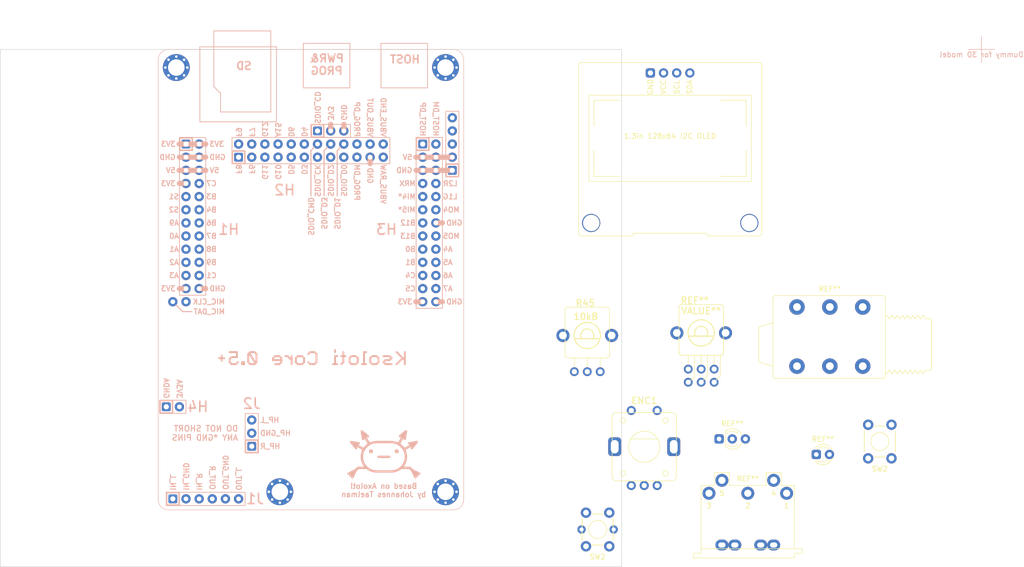
<source format=kicad_pcb>
(kicad_pcb (version 20211014) (generator pcbnew)
  (title_block (title "Ksoloti Core") (date "2023-08-21") (rev "v0.6"))
  (layers (0 "F.Cu" signal) (1 "In1.Cu" signal) (2 "In2.Cu" signal) (31 "B.Cu" signal) (34 "B.Paste" user) (35 "F.Paste" user) (36 "B.SilkS" user "B.Silkscreen") (37 "F.SilkS" user "F.Silkscreen") (38 "B.Mask" user) (39 "F.Mask" user) (44 "Edge.Cuts" user))
  (net 0 "")
  (net 1 "GND")
  (net 2 "PC7")
  (net 3 "S1_BOOT0")
  (net 4 "PB3")
  (net 5 "S2")
  (net 6 "PB4")
  (net 7 "PA9")
  (net 8 "PB6")
  (net 9 "PA0")
  (net 10 "PB7")
  (net 11 "PA1")
  (net 12 "PB8")
  (net 13 "+3.3V")
  (net 14 "PA2")
  (net 15 "PB9")
  (net 16 "PA3")
  (net 17 "PC1")
  (net 18 "PF8")
  (net 19 "PF9")
  (net 20 "PF6")
  (net 21 "PF7")
  (net 22 "PG11")
  (net 23 "+5V")
  (net 24 "VBUS_OUT")
  (net 25 "PG12")
  (net 26 "PG10")
  (net 27 "PA15")
  (net 28 "VBUS_RAW")
  (net 29 "PD5")
  (net 30 "PD6")
  (net 31 "PD3")
  (net 32 "PD4")
  (net 33 "SDIO_CK")
  (net 34 "SDIO_CMD")
  (net 35 "SDIO_D2")
  (net 36 "SDIO_D3")
  (net 37 "VBUS_END")
  (net 38 "SDIO_D0")
  (net 39 "SDIO_D1")
  (net 40 "PROG_DM")
  (net 41 "PROG_DP")
  (net 42 "HOST_DP")
  (net 43 "HOST_DM")
  (net 44 "MIDI_RX")
  (net 45 "LED2R")
  (net 46 "MI4*")
  (net 47 "LED1G")
  (net 48 "MI5*")
  (net 49 "MO4")
  (net 50 "PB12")
  (net 51 "PB13")
  (net 52 "MO5")
  (net 53 "PB0")
  (net 54 "PA4")
  (net 55 "PB1")
  (net 56 "PA5")
  (net 57 "PC4")
  (net 58 "PA6")
  (net 59 "PC5")
  (net 60 "PA7")
  (net 61 "SDIO_DETECT")
  (net 62 "DMIC_DATA")
  (net 63 "IN_L")
  (net 64 "IN_GND")
  (net 65 "IN_R")
  (net 66 "OUT_R")
  (net 67 "OUT_GND")
  (net 68 "OUT_L")
  (net 69 "HP_R")
  (net 70 "HP_GND")
  (net 71 "HP_L")
  (net 72 "MIDI_TX")
  (net 73 "GNDA")
  (net 74 "+3.3VA")
  (net 75 "DMIC_CLK")
  (footprint "ksoloti_shield_footprints:LED_D3.0mm-3_marked" (layer "F.Cu") (at 229.964096 120.758)
    (fp_text reference "REF**" (at 0 -2.96) (layer "F.SilkS"))
    (fp_text value "LED_D3.0mm-3_marked")
    (pad "1" thru_hole roundrect (at -2.54 0) (size 1.8 1.8) (drill 0.9) (layers *.Cu *.Mask))
    (pad "2" thru_hole circle (at 0 0) (size 1.8 1.8) (drill 0.9) (layers *.Cu *.Mask))
    (pad "3" thru_hole circle (at 2.54 0) (size 1.8 1.8) (drill 0.9) (layers *.Cu *.Mask))
  )
  (footprint "ksoloti_shield_footprints:ALPS_POT_VERTICAL_PS" (layer "F.Cu") (at 201.964096 100.758)
    (fp_text reference "R45" (at 1.6 -7) (layer "F.SilkS") (effects (font (size 1.27 1.27) (thickness 0.2)) (justify right top)))
    (fp_text value "10kB" (at 2.2 -4.4) (layer "F.SilkS") (effects (font (size 1.27 1.27) (thickness 0.2)) (justify right top)))
    (pad "1" thru_hole circle (at -2.5 7 90) (size 1.7 1.7) (drill 1) (layers *.Cu *.Mask))
    (pad "2" thru_hole circle (at 0 7 90) (size 1.7 1.7) (drill 1) (layers *.Cu *.Mask))
    (pad "3" thru_hole circle (at 2.5 7 90) (size 1.7 1.7) (drill 1) (layers *.Cu *.Mask))
    (pad "4" thru_hole circle (at 4.7 0 90) (size 2.54 2.54) (drill 1.5) (layers *.Cu *.Mask))
    (pad "4" thru_hole circle (at -4.7 0 90) (size 2.54 2.54) (drill 1.5) (layers *.Cu *.Mask))
  )
  (footprint "ksoloti_shield_footprints:ALPS_STEC12E08" (layer "F.Cu") (at 212.964096 122.258)
    (fp_text reference "ENC1" (at 0 -8.89) (layer "F.SilkS") (effects (font (size 1.27 1.27) (thickness 0.2))))
    (fp_text value "MENU_ENCODER" hide)
    (pad "1" thru_hole roundrect (at 5.7 0) (size 2.5 3.6) (drill oval 1.5 2.6) (layers *.Cu *.Mask))
    (pad "1" thru_hole roundrect (at -5.7 0) (size 2.5 3.6) (drill oval 1.5 2.6) (layers *.Cu *.Mask))
    (pad "A" thru_hole circle (at -2.5 7.5) (size 1.75 1.75) (drill 1) (layers *.Cu *.Mask))
    (pad "B" thru_hole circle (at 2.5 7.5) (size 1.75 1.75) (drill 1) (layers *.Cu *.Mask))
    (pad "C" thru_hole circle (at 0 7.5) (size 1.75 1.75) (drill 1) (layers *.Cu *.Mask))
    (pad "S1" thru_hole circle (at -2.5 -7) (size 1.75 1.75) (drill 1) (layers *.Cu *.Mask))
    (pad "S2" thru_hole circle (at 2.5 -7) (size 1.75 1.75) (drill 1) (layers *.Cu *.Mask))
  )
  (footprint "ksoloti_shield_footprints:TL1105T" (layer "F.Cu") (at 258.464096 121.258)
    (fp_text reference "SW2" (at 0 5.3 180) (layer "F.SilkS"))
    (fp_text value "TAC_SWITCHPTH")
    (pad "1" thru_hole circle (at -2.25 -3.25) (size 2 2) (drill 1.1) (layers *.Cu *.Mask))
    (pad "2" thru_hole circle (at -2.25 3.25) (size 2 2) (drill 1.1) (layers *.Cu *.Mask))
    (pad "3" thru_hole circle (at 2.25 -3.25) (size 2 2) (drill 1.1) (layers *.Cu *.Mask))
    (pad "4" thru_hole circle (at 2.25 3.25) (size 2 2) (drill 1.1) (layers *.Cu *.Mask))
  )
  (footprint "ksoloti_shield_footprints:ALPS_POT_VERTICAL_PS_DUAL" (layer "F.Cu") (at 223.964096 100.258)
    (fp_text reference "REF**" (at 1.6 -7) (layer "F.SilkS") (effects (font (size 1.27 1.27) (thickness 0.2)) (justify right top)))
    (fp_text value "VALUE**" (at 0 -5) (layer "F.SilkS") (effects (font (size 1.27 1.27) (thickness 0.2)) (justify top)))
    (pad "1" thru_hole circle (at -2.5 7 90) (size 1.7 1.7) (drill 1) (layers *.Cu *.Mask))
    (pad "2" thru_hole circle (at 0 7 90) (size 1.7 1.7) (drill 1) (layers *.Cu *.Mask))
    (pad "3" thru_hole circle (at 2.5 7 90) (size 1.7 1.7) (drill 1) (layers *.Cu *.Mask))
    (pad "4" thru_hole circle (at -2.5 9.54 90) (size 1.7 1.7) (drill 1) (layers *.Cu *.Mask))
    (pad "5" thru_hole circle (at 0 9.54 90) (size 1.7 1.7) (drill 1) (layers *.Cu *.Mask))
    (pad "6" thru_hole circle (at 2.5 9.54 90) (size 1.7 1.7) (drill 1) (layers *.Cu *.Mask))
    (pad "7" thru_hole circle (at -4.7 0 90) (size 2.54 2.54) (drill 1.5) (layers *.Cu *.Mask))
    (pad "7" thru_hole circle (at 4.7 0 90) (size 2.54 2.54) (drill 1.5) (layers *.Cu *.Mask))
  )
  (footprint "ksoloti_shield_footprints:MIDI_DIN-5_DS-5-01c" (layer "F.Cu") (at 232.964096 143.758)
    (fp_text reference "DIN-5")
    (fp_text value "REF**" (at 0 -15.3) (layer "F.SilkS"))
    (fp_text user "1" (at 7.5 -10.1) (layer "F.SilkS"))
    (fp_text user "5" (at -5 -12.5) (layer "F.SilkS"))
    (fp_text user "4" (at 5 -12.5) (layer "F.SilkS"))
    (fp_text user "2" (at 0 -10.1) (layer "F.SilkS"))
    (fp_text user "3" (at -7.5 -10.1) (layer "F.SilkS"))
    (pad "1" thru_hole circle (at 7.5 -12.5) (size 2.5 2.5) (drill 1.4) (layers *.Cu *.Mask))
    (pad "2" thru_hole circle (at 0 -12.5) (size 2.5 2.5) (drill 1.4) (layers *.Cu *.Mask))
    (pad "3" thru_hole circle (at -7.5 -12.5) (size 2.5 2.5) (drill 1.4) (layers *.Cu *.Mask))
    (pad "4" thru_hole circle (at 5 -15) (size 2.5 2.5) (drill 1.4) (layers *.Cu *.Mask))
    (pad "5" thru_hole circle (at -5 -15) (size 2.5 2.5) (drill 1.4) (layers *.Cu *.Mask))
    (pad "6" thru_hole oval (at -5 -2.5) (size 2.5 2.1) (drill oval 1.4 1) (layers *.Cu *.Mask))
    (pad "6" thru_hole oval (at 2.5 -2.5) (size 2.5 2.1) (drill oval 1.4 1) (layers *.Cu *.Mask))
    (pad "6" thru_hole oval (at 5 -2.5) (size 2.5 2.1) (drill oval 1.4 1) (layers *.Cu *.Mask))
    (pad "6" thru_hole oval (at -2.5 -2.5) (size 2.5 2.1) (drill oval 1.4 1) (layers *.Cu *.Mask))
  )
  (footprint "ksoloti_shield_footprints:128x64OLED_1_3in" (layer "F.Cu") (at 217.964096 64.758)
    (fp_text reference "OLED1")
    (fp_text value "128x64_OLED")
    (fp_text user "VCC" (at -1.3 -12.019 90 unlocked) (layer "F.SilkS"))
    (fp_text user "SDA" (at 3.8 -12 90 unlocked) (layer "F.SilkS"))
    (fp_text user "GND" (at -3.8 -12.019 90 unlocked) (layer "F.SilkS"))
    (fp_text user "SCL" (at 1.3 -12 90 unlocked) (layer "F.SilkS"))
    (fp_text user "1.3in 128x64 I2C OLED" (at 0 -2.54 unlocked) (layer "F.SilkS"))
    (pad "1" thru_hole roundrect (at -3.81 -14.75 90) (size 1.8 1.8) (drill 1) (layers *.Cu *.Mask))
    (pad "2" thru_hole circle (at -1.27 -14.75 90) (size 1.8 1.8) (drill 1) (layers *.Cu *.Mask))
    (pad "3" thru_hole circle (at 1.27 -14.75 90) (size 1.8 1.8) (drill 1) (layers *.Cu *.Mask))
    (pad "4" thru_hole circle (at 3.81 -14.75 90) (size 1.8 1.8) (drill 1) (layers *.Cu *.Mask))
    (pad "5" thru_hole circle (at 15.3 14.25) (size 3.5 3.5) (drill 3.1) (layers *.Cu *.Mask))
    (pad "5" thru_hole circle (at -15.25 14.25) (size 3.5 3.5) (drill 3.1) (layers *.Cu *.Mask))
  )
  (footprint "ksoloti_shield_footprints:LED_D3.0mm_marked" (layer "F.Cu") (at 247.464096 123.758)
    (fp_text reference "REF**" (at 0 -2.96) (layer "F.SilkS"))
    (fp_text value "LED_D3.0mm_marked")
    (pad "1" thru_hole roundrect (at -1.27 0) (size 1.8 1.8) (drill 0.9) (layers *.Cu *.Mask))
    (pad "2" thru_hole circle (at 1.27 0) (size 1.8 1.8) (drill 0.9) (layers *.Cu *.Mask))
  )
  (footprint "ksoloti_shield_footprints:Jack_6.35mm_Neutrik_NRJ6HF_Horizontal_no_screwhole" (layer "F.Cu") (at 242.464096 95.258)
    (fp_text reference "REF**" (at 6.35 -3.5) (layer "F.SilkS"))
    (fp_text value "Jack_6.35mm_Neutrik_NRJ6HF_Horizontal_no_screwhole")
    (pad "" np_thru_hole circle (at 9.5 11.43) (size 2 2) (drill 2) (layers *.Cu *.Mask))
    (pad "" np_thru_hole circle (at 9.5 0) (size 2 2) (drill 2) (layers *.Cu *.Mask))
    (pad "R" thru_hole circle (at 6.35 0) (size 3 3) (drill 1.5) (layers *.Cu *.Mask))
    (pad "RN" thru_hole circle (at 6.35 11.43) (size 3 3) (drill 1.5) (layers *.Cu *.Mask))
    (pad "S" thru_hole circle (at 12.7 0) (size 3 3) (drill 1.5) (layers *.Cu *.Mask))
    (pad "SN" thru_hole circle (at 12.7 11.43) (size 3 3) (drill 1.5) (layers *.Cu *.Mask))
    (pad "T" thru_hole circle (at 0 0) (size 3 3) (drill 1.5) (layers *.Cu *.Mask))
    (pad "TN" thru_hole circle (at 0 11.43) (size 3 3) (drill 1.5) (layers *.Cu *.Mask))
  )
  (footprint "ksoloti_shield_footprints:TL1105T_with_LED" (layer "F.Cu") (at 203.964096 138.258)
    (fp_text reference "SW2" (at 0 5.3 180) (layer "F.SilkS"))
    (fp_text value "TAC_SWITCHPTH")
    (pad "1" thru_hole circle (at -2.25 -3.25) (size 2 2) (drill 1.1) (layers *.Cu *.Mask))
    (pad "2" thru_hole circle (at -2.25 3.25) (size 2 2) (drill 1.1) (layers *.Cu *.Mask))
    (pad "3" thru_hole circle (at 2.25 -3.25) (size 2 2) (drill 1.1) (layers *.Cu *.Mask))
    (pad "4" thru_hole circle (at 2.25 3.25) (size 2 2) (drill 1.1) (layers *.Cu *.Mask))
    (pad "5" thru_hole circle (at -3.1 0) (size 1.6 1.6) (drill 0.8) (layers *.Cu *.Mask))
    (pad "6" thru_hole circle (at 3.1 0) (size 1.6 1.6) (drill 0.8) (layers *.Cu *.Mask))
  )
  (footprint "ksoloti_shield_footprints:PinSocket_1x01_P2.54mm_Vertical_smcrt_round" (layer "B.Cu") (at 170.184096 78.998 180)
    (fp_text reference "H3_P13" hide)
    (fp_text value "PB12")
    (pad "1" thru_hole circle (at 0 0 180) (size 1.8 1.8) (drill 0.9) (layers *.Cu *.Mask) (net 50 "PB12"))
  )
  (footprint "ksoloti_shield_footprints:PinSocket_1x01_P2.54mm_Vertical_smcrt_round" (layer "B.Cu") (at 124.464096 68.838 180)
    (fp_text reference "H1_P5" hide)
    (fp_text value "+5V")
    (pad "1" thru_hole circle (at 0 0 180) (size 1.8 1.8) (drill 0.9) (layers *.Cu *.Mask) (net 23 "+5V"))
  )
  (footprint "ksoloti_shield_footprints:PinSocket_1x01_P2.54mm_Vertical_smcrt_round" (layer "B.Cu") (at 127.004096 86.618 180)
    (fp_text reference "H1_P20" hide)
    (fp_text value "PB9")
    (pad "1" thru_hole circle (at 0 0 180) (size 1.8 1.8) (drill 0.9) (layers *.Cu *.Mask) (net 15 "PB9"))
  )
  (footprint "ksoloti_shield_footprints:PinSocket_1x01_P2.54mm_Vertical_smcrt_round" (layer "B.Cu") (at 172.724096 94.238 180)
    (fp_text reference "H3_P26" hide)
    (fp_text value "GND")
    (pad "1" thru_hole circle (at 0 0 180) (size 1.8 1.8) (drill 0.9) (layers *.Cu *.Mask) (net 1 "GND"))
  )
  (footprint "ksoloti_shield_footprints:PinSocket_1x01_P2.54mm_Vertical_smcrt_round" (layer "B.Cu") (at 172.724096 68.838 180)
    (fp_text reference "H3_P6" hide)
    (fp_text value "GND")
    (pad "1" thru_hole circle (at 0 0 180) (size 1.8 1.8) (drill 0.9) (layers *.Cu *.Mask) (net 1 "GND"))
  )
  (footprint "ksoloti_shield_footprints:PinSocket_1x01_P2.54mm_Vertical_smcrt_round" (layer "B.Cu") (at 172.724096 76.458 180)
    (fp_text reference "H3_P12" hide)
    (fp_text value "MO4")
    (pad "1" thru_hole circle (at 0 0 180) (size 1.8 1.8) (drill 0.9) (layers *.Cu *.Mask) (net 49 "MO4"))
  )
  (footprint "ksoloti_shield_footprints:PinSocket_1x01_P2.54mm_Vertical_smcrt_sqr" (layer "B.Cu") (at 121.924096 132.338 180)
    (fp_text reference "J1_P1" hide)
    (fp_text value "IN_L")
    (pad "1" thru_hole roundrect (at 0 0 180) (size 1.7 1.7) (drill 1) (layers *.Cu *.Mask) (roundrect_rratio 0.1470588235) (net 63 "IN_L"))
  )
  (footprint "ksoloti_shield_footprints:PinSocket_1x01_P2.54mm_Vertical_smcrt_round" (layer "B.Cu") (at 172.724096 73.918 180)
    (fp_text reference "H3_P10" hide)
    (fp_text value "LED1G")
    (pad "1" thru_hole circle (at 0 0 180) (size 1.8 1.8) (drill 0.9) (layers *.Cu *.Mask) (net 47 "LED1G"))
  )
  (footprint "ksoloti_shield_footprints:PinSocket_1x01_P2.54mm_Vertical_smcrt_sqr" (layer "B.Cu") (at 120.654096 114.543 180)
    (fp_text reference "H4_P1" hide)
    (fp_text value "GNDA")
    (pad "1" thru_hole roundrect (at 0 0 180) (size 1.7 1.7) (drill 1) (layers *.Cu *.Mask) (roundrect_rratio 0.1470588235) (net 73 "GNDA"))
  )
  (footprint "ksoloti_shield_footprints:PinSocket_1x01_P2.54mm_Vertical_smcrt_round" (layer "B.Cu") (at 142.244096 63.758 180)
    (fp_text reference "H2_P8" hide)
    (fp_text value "PA15")
    (pad "1" thru_hole circle (at 0 0 180) (size 1.8 1.8) (drill 0.9) (layers *.Cu *.Mask) (net 27 "PA15"))
  )
  (footprint "ksoloti_shield_footprints:PinSocket_1x01_P2.54mm_Vertical_smcrt_round" (layer "B.Cu") (at 170.184096 94.238 180)
    (fp_text reference "H3_P25" hide)
    (fp_text value "+3.3V")
    (pad "1" thru_hole circle (at 0 0 180) (size 1.8 1.8) (drill 0.9) (layers *.Cu *.Mask) (net 13 "+3.3V"))
  )
  (footprint "ksoloti_shield_footprints:PinSocket_1x01_P2.54mm_Vertical_smcrt_round" (layer "B.Cu") (at 160.024096 66.298 180)
    (fp_text reference "H2_P21" hide)
    (fp_text value "GND")
    (pad "1" thru_hole circle (at 0 0 180) (size 1.8 1.8) (drill 0.9) (layers *.Cu *.Mask) (net 1 "GND"))
  )
  (footprint "ksoloti_shield_footprints:PinSocket_1x01_P2.54mm_Vertical_smcrt_round" (layer "B.Cu") (at 172.724096 81.538 180)
    (fp_text reference "H3_P16" hide)
    (fp_text value "MO5")
    (pad "1" thru_hole circle (at 0 0 180) (size 1.8 1.8) (drill 0.9) (layers *.Cu *.Mask) (net 52 "MO5"))
  )
  (footprint "ksoloti_shield_footprints:PinSocket_1x01_P2.54mm_Vertical_smcrt_round" (layer "B.Cu") (at 170.184096 89.158 180)
    (fp_text reference "H3_P21" hide)
    (fp_text value "PC4")
    (pad "1" thru_hole circle (at 0 0 180) (size 1.8 1.8) (drill 0.9) (layers *.Cu *.Mask) (net 57 "PC4"))
  )
  (footprint "ksoloti_shield_footprints:PinSocket_1x01_P2.54mm_Vertical_smcrt_round" (layer "B.Cu") (at 147.324096 63.758 180)
    (fp_text reference "H2_P12" hide)
    (fp_text value "PD4")
    (pad "1" thru_hole circle (at 0 0 180) (size 1.8 1.8) (drill 0.9) (layers *.Cu *.Mask) (net 32 "PD4"))
  )
  (footprint "ksoloti_shield_footprints:PinSocket_1x01_P2.54mm_Vertical_smcrt_round" (layer "B.Cu") (at 144.784096 63.758 180)
    (fp_text reference "H2_P10" hide)
    (fp_text value "PD6")
    (pad "1" thru_hole circle (at 0 0 180) (size 1.8 1.8) (drill 0.9) (layers *.Cu *.Mask) (net 30 "PD6"))
  )
  (footprint "ksoloti_shield_footprints:PinSocket_1x01_P2.54mm_Vertical_smcrt_round" (layer "B.Cu") (at 170.184096 66.298 180)
    (fp_text reference "H3_P3" hide)
    (fp_text value "+5V")
    (pad "1" thru_hole circle (at 0 0 180) (size 1.8 1.8) (drill 0.9) (layers *.Cu *.Mask) (net 23 "+5V"))
  )
  (footprint "ksoloti_shield_footprints:PinSocket_1x01_P2.54mm_Vertical_smcrt_round" (layer "B.Cu") (at 124.464096 86.618 180)
    (fp_text reference "H1_P19" hide)
    (fp_text value "PA2")
    (pad "1" thru_hole circle (at 0 0 180) (size 1.8 1.8) (drill 0.9) (layers *.Cu *.Mask) (net 14 "PA2"))
  )
  (footprint "ksoloti_shield_footprints:PinSocket_1x01_P2.54mm_Vertical_smcrt_round" (layer "B.Cu") (at 124.464096 71.378 180)
    (fp_text reference "H1_P7" hide)
    (fp_text value "+3.3V")
    (pad "1" thru_hole circle (at 0 0 180) (size 1.8 1.8) (drill 0.9) (layers *.Cu *.Mask) (net 13 "+3.3V"))
  )
  (footprint "ksoloti_shield_footprints:MountingHole_3.2mm_M3_Pad_Via_tight" (layer "B.Cu") (at 122.594096 48.968 180)
    (fp_text reference "MH1")
    (fp_text value "MountingHole")
    (pad "1" thru_hole circle (at -1.502603 -1.502603 315) (size 0.8 0.8) (drill 0.5) (layers *.Cu *.Mask) (net 1 "GND"))
    (pad "1" thru_hole circle (at -2.116422 0 315) (size 0.8 0.8) (drill 0.5) (layers *.Cu *.Mask) (net 1 "GND"))
    (pad "1" thru_hole circle (at 0 2.116422 315) (size 0.8 0.8) (drill 0.5) (layers *.Cu *.Mask) (net 1 "GND"))
    (pad "1" thru_hole circle (at 2.116422 0 315) (size 0.8 0.8) (drill 0.5) (layers *.Cu *.Mask) (net 1 "GND"))
    (pad "1" thru_hole circle (at -1.502603 1.502603 315) (size 0.8 0.8) (drill 0.5) (layers *.Cu *.Mask) (net 1 "GND"))
    (pad "1" thru_hole circle (at 1.502603 -1.502603 315) (size 0.8 0.8) (drill 0.5) (layers *.Cu *.Mask) (net 1 "GND"))
    (pad "1" thru_hole circle (at 0 -2.116422 315) (size 0.8 0.8) (drill 0.5) (layers *.Cu *.Mask) (net 1 "GND"))
    (pad "1" thru_hole circle (at 1.502603 1.502603 315) (size 0.8 0.8) (drill 0.5) (layers *.Cu *.Mask) (net 1 "GND"))
    (pad "1" thru_hole circle (at 0 0 315) (size 5.2 5.2) (drill 3.2) (layers *.Cu *.Mask) (net 1 "GND"))
  )
  (footprint "ksoloti_shield_footprints:PinSocket_1x01_P2.54mm_Vertical_smcrt_round" (layer "B.Cu") (at 127.004096 63.758 180)
    (fp_text reference "H1_P2" hide)
    (fp_text value "+3.3V")
    (pad "1" thru_hole circle (at 0 0 180) (size 1.8 1.8) (drill 0.9) (layers *.Cu *.Mask) (net 13 "+3.3V"))
  )
  (footprint "ksoloti_shield_footprints:PinSocket_1x01_P2.54mm_Vertical_smcrt_sqr" (layer "B.Cu") (at 170.184096 63.758 180)
    (fp_text reference "H3_P1" hide)
    (fp_text value "HOST_DP")
    (pad "1" thru_hole roundrect (at 0 0 180) (size 1.7 1.7) (drill 1) (layers *.Cu *.Mask) (roundrect_rratio 0.1470588235) (net 42 "HOST_DP"))
  )
  (footprint "ksoloti_shield_footprints:PinSocket_1x01_P2.54mm_Vertical_smcrt_round" (layer "B.Cu") (at 142.244096 66.298 180)
    (fp_text reference "H2_P7" hide)
    (fp_text value "PG10")
    (pad "1" thru_hole circle (at 0 0 180) (size 1.8 1.8) (drill 0.9) (layers *.Cu *.Mask) (net 26 "PG10"))
  )
  (footprint "ksoloti_shield_footprints:PinSocket_1x01_P2.54mm_Vertical_smcrt_round" (layer "B.Cu") (at 172.724096 78.998 180)
    (fp_text reference "H3_P14" hide)
    (fp_text value "GND")
    (pad "1" thru_hole circle (at 0 0 180) (size 1.8 1.8) (drill 0.9) (layers *.Cu *.Mask) (net 1 "GND"))
  )
  (footprint "ksoloti_shield_footprints:PinSocket_1x01_P2.54mm_Vertical_smcrt_sqr" (layer "B.Cu") (at 134.624096 66.298 90)
    (fp_text reference "H2_P1" hide)
    (fp_text value "PF8")
    (pad "1" thru_hole roundrect (at 0 0 90) (size 1.7 1.7) (drill 1) (layers *.Cu *.Mask) (roundrect_rratio 0.1470588235) (net 18 "PF8"))
  )
  (footprint "ksoloti_shield_footprints:PinSocket_1x01_P2.54mm_Vertical_smcrt_sqr" (layer "B.Cu") (at 137.164096 122.178 180)
    (fp_text reference "J2_P1" hide)
    (fp_text value "HP_R")
    (pad "1" thru_hole roundrect (at 0 0 180) (size 1.7 1.7) (drill 1) (layers *.Cu *.Mask) (roundrect_rratio 0.1470588235) (net 69 "HP_R"))
  )
  (footprint "ksoloti_shield_footprints:PinSocket_1x01_P2.54mm_Vertical_smcrt_round" (layer "B.Cu") (at 172.724096 84.078 180)
    (fp_text reference "H3_P18" hide)
    (fp_text value "PA4")
    (pad "1" thru_hole circle (at 0 0 180) (size 1.8 1.8) (drill 0.9) (layers *.Cu *.Mask) (net 54 "PA4"))
  )
  (footprint "ksoloti_shield_footprints:PinSocket_1x01_P2.54mm_Vertical_smcrt_round" (layer "B.Cu") (at 124.464096 66.298 180)
    (fp_text reference "H1_P3" hide)
    (fp_text value "GND")
    (pad "1" thru_hole circle (at 0 0 180) (size 1.8 1.8) (drill 0.9) (layers *.Cu *.Mask) (net 1 "GND"))
  )
  (footprint "ksoloti_shield_footprints:PinSocket_1x01_P2.54mm_Vertical_smcrt_round" (layer "B.Cu") (at 134.624096 63.758 180)
    (fp_text reference "H2_P2" hide)
    (fp_text value "PF9")
    (pad "1" thru_hole circle (at 0 0 180) (size 1.8 1.8) (drill 0.9) (layers *.Cu *.Mask) (net 19 "PF9"))
  )
  (footprint "ksoloti_shield_footprints:PinSocket_1x01_P2.54mm_Vertical_smcrt_round" (layer "B.Cu") (at 127.004096 89.158 180)
    (fp_text reference "H1_P22" hide)
    (fp_text value "PC1")
    (pad "1" thru_hole circle (at 0 0 180) (size 1.8 1.8) (drill 0.9) (layers *.Cu *.Mask) (net 17 "PC1"))
  )
  (footprint "ksoloti_shield_footprints:PinSocket_1x01_P2.54mm_Vertical_smcrt_round" (layer "B.Cu") (at 132.084096 132.338 180)
    (fp_text reference "J1_P5" hide)
    (fp_text value "OUT_GND")
    (pad "1" thru_hole circle (at 0 0 180) (size 1.8 1.8) (drill 0.9) (layers *.Cu *.Mask) (net 67 "OUT_GND"))
  )
  (footprint "ksoloti_shield_footprints:PinSocket_1x01_P2.54mm_Vertical_smcrt_round" (layer "B.Cu") (at 157.484096 63.758 180)
    (fp_text reference "H2_P20" hide)
    (fp_text value "PROG_DP")
    (pad "1" thru_hole circle (at 0 0 180) (size 1.8 1.8) (drill 0.9) (layers *.Cu *.Mask) (net 41 "PROG_DP"))
  )
  (footprint "ksoloti_shield_footprints:PinSocket_1x01_P2.54mm_Vertical_smcrt_round" (layer "B.Cu") (at 134.624096 132.338 180)
    (fp_text reference "J1_P6" hide)
    (fp_text value "OUT_L")
    (pad "1" thru_hole circle (at 0 0 180) (size 1.8 1.8) (drill 0.9) (layers *.Cu *.Mask) (net 68 "OUT_L"))
  )
  (footprint "ksoloti_shield_footprints:PinSocket_1x01_P2.54mm_Vertical_smcrt_round" (layer "B.Cu") (at 152.404096 63.758 180)
    (fp_text reference "H2_P16" hide)
    (fp_text value "SDIO_D3")
    (pad "1" thru_hole circle (at 0 0 180) (size 1.8 1.8) (drill 0.9) (layers *.Cu *.Mask) (net 36 "SDIO_D3"))
  )
  (footprint "ksoloti_shield_footprints:PinSocket_1x01_P2.54mm_Vertical_smcrt_round" (layer "B.Cu") (at 129.544096 132.338 180)
    (fp_text reference "J1_P4" hide)
    (fp_text value "OUT_R")
    (pad "1" thru_hole circle (at 0 0 180) (size 1.8 1.8) (drill 0.9) (layers *.Cu *.Mask) (net 66 "OUT_R"))
  )
  (footprint "ksoloti_shield_footprints:PinSocket_1x01_P2.54mm_Vertical_smcrt_round" (layer "B.Cu") (at 137.164096 66.298 180)
    (fp_text reference "H2_P3" hide)
    (fp_text value "PF6")
    (pad "1" thru_hole circle (at 0 0 180) (size 1.8 1.8) (drill 0.9) (layers *.Cu *.Mask) (net 20 "PF6"))
  )
  (footprint "ksoloti_shield_footprints:MountingHole_3.2mm_M3_Pad_Via_tight" (layer "B.Cu") (at 142.594096 130.968 180)
    (fp_text reference "MH2")
    (fp_text value "MountingHole")
    (pad "1" thru_hole circle (at 0 0 315) (size 5.2 5.2) (drill 3.2) (layers *.Cu *.Mask) (net 1 "GND"))
    (pad "1" thru_hole circle (at 2.116422 0 315) (size 0.8 0.8) (drill 0.5) (layers *.Cu *.Mask) (net 1 "GND"))
    (pad "1" thru_hole circle (at 0 -2.116422 315) (size 0.8 0.8) (drill 0.5) (layers *.Cu *.Mask) (net 1 "GND"))
    (pad "1" thru_hole circle (at 1.502603 -1.502603 315) (size 0.8 0.8) (drill 0.5) (layers *.Cu *.Mask) (net 1 "GND"))
    (pad "1" thru_hole circle (at 1.502603 1.502603 315) (size 0.8 0.8) (drill 0.5) (layers *.Cu *.Mask) (net 1 "GND"))
    (pad "1" thru_hole circle (at -1.502603 -1.502603 315) (size 0.8 0.8) (drill 0.5) (layers *.Cu *.Mask) (net 1 "GND"))
    (pad "1" thru_hole circle (at -2.116422 0 315) (size 0.8 0.8) (drill 0.5) (layers *.Cu *.Mask) (net 1 "GND"))
    (pad "1" thru_hole circle (at -1.502603 1.502603 315) (size 0.8 0.8) (drill 0.5) (layers *.Cu *.Mask) (net 1 "GND"))
    (pad "1" thru_hole circle (at 0 2.116422 315) (size 0.8 0.8) (drill 0.5) (layers *.Cu *.Mask) (net 1 "GND"))
  )
  (footprint "ksoloti_shield_footprints:MountingHole_3.2mm_M3_Pad_Via_tight" (layer "B.Cu") (at 174.594096 48.968 180)
    (fp_text reference "MH4")
    (fp_text value "MountingHole")
    (pad "1" thru_hole circle (at 1.502603 1.502603 315) (size 0.8 0.8) (drill 0.5) (layers *.Cu *.Mask) (net 1 "GND"))
    (pad "1" thru_hole circle (at -1.502603 -1.502603 315) (size 0.8 0.8) (drill 0.5) (layers *.Cu *.Mask) (net 1 "GND"))
    (pad "1" thru_hole circle (at 1.502603 -1.502603 315) (size 0.8 0.8) (drill 0.5) (layers *.Cu *.Mask) (net 1 "GND"))
    (pad "1" thru_hole circle (at 0 2.116422 315) (size 0.8 0.8) (drill 0.5) (layers *.Cu *.Mask) (net 1 "GND"))
    (pad "1" thru_hole circle (at 0 0 315) (size 5.2 5.2) (drill 3.2) (layers *.Cu *.Mask) (net 1 "GND"))
    (pad "1" thru_hole circle (at 2.116422 0 315) (size 0.8 0.8) (drill 0.5) (layers *.Cu *.Mask) (net 1 "GND"))
    (pad "1" thru_hole circle (at -1.502603 1.502603 315) (size 0.8 0.8) (drill 0.5) (layers *.Cu *.Mask) (net 1 "GND"))
    (pad "1" thru_hole circle (at 0 -2.116422 315) (size 0.8 0.8) (drill 0.5) (layers *.Cu *.Mask) (net 1 "GND"))
    (pad "1" thru_hole circle (at -2.116422 0 315) (size 0.8 0.8) (drill 0.5) (layers *.Cu *.Mask) (net 1 "GND"))
  )
  (footprint "ksoloti_shield_footprints:PinSocket_1x01_P2.54mm_Vertical_smcrt_round" (layer "B.Cu") (at 154.944096 66.298 180)
    (fp_text reference "H2_P17" hide)
    (fp_text value "SDIO_D0")
    (pad "1" thru_hole circle (at 0 0 180) (size 1.8 1.8) (drill 0.9) (layers *.Cu *.Mask) (net 38 "SDIO_D0"))
  )
  (footprint "ksoloti_shield_footprints:PinSocket_1x01_P2.54mm_Vertical_smcrt_round" (layer "B.Cu") (at 139.704096 63.758 180)
    (fp_text reference "H2_P6" hide)
    (fp_text value "PG12")
    (pad "1" thru_hole circle (at 0 0 180) (size 1.8 1.8) (drill 0.9) (layers *.Cu *.Mask) (net 25 "PG12"))
  )
  (footprint "ksoloti_shield_footprints:PinSocket_1x01_P2.54mm_Vertical_smcrt_round" (layer "B.Cu") (at 127.004096 68.838 180)
    (fp_text reference "H1_P6" hide)
    (fp_text value "+5V")
    (pad "1" thru_hole circle (at 0 0 180) (size 1.8 1.8) (drill 0.9) (layers *.Cu *.Mask) (net 23 "+5V"))
  )
  (footprint "ksoloti_shield_footprints:Dummy for 3D model" (layer "B.Cu") (at 278.094096 45.468 180)
    (fp_text reference "DUMMY1" hide)
    (fp_text value "Dummy for 3D model" (at 0 -1 unlocked) (layer "B.SilkS") (effects (justify mirror)))
  )
  (footprint "ksoloti_shield_footprints:PinSocket_1x01_P2.54mm_Vertical_smcrt_round" (layer "B.Cu") (at 170.184096 86.618 180)
    (fp_text reference "H3_P19" hide)
    (fp_text value "PB1")
    (pad "1" thru_hole circle (at 0 0 180) (size 1.8 1.8) (drill 0.9) (layers *.Cu *.Mask) (net 55 "PB1"))
  )
  (footprint "ksoloti_shield_footprints:PinSocket_1x01_P2.54mm_Vertical_smcrt_round" (layer "B.Cu") (at 175.899096 58.678 180)
    (fp_text reference "J8_P5" hide)
    (fp_text value "VBUS_END")
    (pad "1" thru_hole circle (at 0 0 180) (size 1.8 1.8) (drill 0.9) (layers *.Cu *.Mask) (net 37 "VBUS_END"))
  )
  (footprint "ksoloti_shield_footprints:PinSocket_1x01_P2.54mm_Vertical_smcrt_round" (layer "B.Cu") (at 162.564096 63.758 180)
    (fp_text reference "H2_P24" hide)
    (fp_text value "VBUS_END")
    (pad "1" thru_hole circle (at 0 0 180) (size 1.8 1.8) (drill 0.9) (layers *.Cu *.Mask) (net 37 "VBUS_END"))
  )
  (footprint "ksoloti_shield_footprints:PinSocket_1x01_P2.54mm_Vertical_smcrt_round" (layer "B.Cu") (at 137.164096 117.098 180)
    (fp_text reference "J2_P3" hide)
    (fp_text value "HP_L")
    (pad "1" thru_hole circle (at 0 0 180) (size 1.8 1.8) (drill 0.9) (layers *.Cu *.Mask) (net 71 "HP_L"))
  )
  (footprint "ksoloti_shield_footprints:PinSocket_1x01_P2.54mm_Vertical_smcrt_round" (layer "B.Cu") (at 124.464096 78.998 180)
    (fp_text reference "H1_P13" hide)
    (fp_text value "PA9")
    (pad "1" thru_hole circle (at 0 0 180) (size 1.8 1.8) (drill 0.9) (layers *.Cu *.Mask) (net 7 "PA9"))
  )
  (footprint "ksoloti_shield_footprints:PinSocket_1x01_P2.54mm_Vertical_smcrt_round" (layer "B.Cu") (at 127.004096 84.078 180)
    (fp_text reference "H1_P18" hide)
    (fp_text value "PB8")
    (pad "1" thru_hole circle (at 0 0 180) (size 1.8 1.8) (drill 0.9) (layers *.Cu *.Mask) (net 12 "PB8"))
  )
  (footprint "LOGO" (layer "B.Cu") (at 162.773112 123.575 180)
    (fp_text reference "G513513")
    (fp_text value "LOGO")
  )
  (footprint "ksoloti_shield_footprints:PinSocket_1x01_P2.54mm_Vertical_smcrt_round" (layer "B.Cu") (at 172.724096 91.698 180)
    (fp_text reference "H3_P24" hide)
    (fp_text value "PA7")
    (pad "1" thru_hole circle (at 0 0 180) (size 1.8 1.8) (drill 0.9) (layers *.Cu *.Mask) (net 60 "PA7"))
  )
  (footprint "ksoloti_shield_footprints:PinSocket_1x01_P2.54mm_Vertical_smcrt_round" (layer "B.Cu") (at 170.184096 91.698 180)
    (fp_text reference "H3_P23" hide)
    (fp_text value "PC5")
    (pad "1" thru_hole circle (at 0 0 180) (size 1.8 1.8) (drill 0.9) (layers *.Cu *.Mask) (net 59 "PC5"))
  )
  (footprint "ksoloti_shield_footprints:PinSocket_1x01_P2.54mm_Vertical_smcrt_round" (layer "B.Cu") (at 127.004096 78.998 180)
    (fp_text reference "H1_P14" hide)
    (fp_text value "PB6")
    (pad "1" thru_hole circle (at 0 0 180) (size 1.8 1.8) (drill 0.9) (layers *.Cu *.Mask) (net 8 "PB6"))
  )
  (footprint "ksoloti_shield_footprints:PinSocket_1x01_P2.54mm_Vertical_smcrt_round" (layer "B.Cu") (at 127.004096 81.538 180)
    (fp_text reference "H1_P16" hide)
    (fp_text value "PB7")
    (pad "1" thru_hole circle (at 0 0 180) (size 1.8 1.8) (drill 0.9) (layers *.Cu *.Mask) (net 10 "PB7"))
  )
  (footprint "ksoloti_shield_footprints:PinSocket_1x01_P2.54mm_Vertical_smcrt_round" (layer "B.Cu") (at 170.184096 68.838 180)
    (fp_text reference "H3_P5" hide)
    (fp_text value "GND")
    (pad "1" thru_hole circle (at 0 0 180) (size 1.8 1.8) (drill 0.9) (layers *.Cu *.Mask) (net 1 "GND"))
  )
  (footprint "ksoloti_shield_footprints:PinSocket_1x01_P2.54mm_Vertical_smcrt_round" (layer "B.Cu") (at 124.464096 84.078 180)
    (fp_text reference "H1_P17" hide)
    (fp_text value "PA1")
    (pad "1" thru_hole circle (at 0 0 180) (size 1.8 1.8) (drill 0.9) (layers *.Cu *.Mask) (net 11 "PA1"))
  )
  (footprint "ksoloti_shield_footprints:PinSocket_1x01_P2.54mm_Vertical_smcrt_round" (layer "B.Cu") (at 157.484096 66.298 180)
    (fp_text reference "H2_P19" hide)
    (fp_text value "PROG_DM")
    (pad "1" thru_hole circle (at 0 0 180) (size 1.8 1.8) (drill 0.9) (layers *.Cu *.Mask) (net 40 "PROG_DM"))
  )
  (footprint "ksoloti_shield_footprints:PinSocket_1x01_P2.54mm_Vertical_smcrt_round" (layer "B.Cu") (at 170.184096 71.378 180)
    (fp_text reference "H3_P7" hide)
    (fp_text value "MIDI_RX")
    (pad "1" thru_hole circle (at 0 0 180) (size 1.8 1.8) (drill 0.9) (layers *.Cu *.Mask) (net 44 "MIDI_RX"))
  )
  (footprint "ksoloti_shield_footprints:PinSocket_1x01_P2.54mm_Vertical_smcrt_round" (layer "B.Cu") (at 127.004096 71.378 180)
    (fp_text reference "H1_P8" hide)
    (fp_text value "PC7")
    (pad "1" thru_hole circle (at 0 0 180) (size 1.8 1.8) (drill 0.9) (layers *.Cu *.Mask) (net 2 "PC7"))
  )
  (footprint "ksoloti_shield_footprints:PinSocket_1x01_P2.54mm_Vertical_smcrt_round" (layer "B.Cu") (at 172.724096 89.158 180)
    (fp_text reference "H3_P22" hide)
    (fp_text value "PA6")
    (pad "1" thru_hole circle (at 0 0 180) (size 1.8 1.8) (drill 0.9) (layers *.Cu *.Mask) (net 58 "PA6"))
  )
  (footprint "ksoloti_shield_footprints:PinSocket_1x01_P2.54mm_Vertical_smcrt_round" (layer "B.Cu") (at 149.864096 63.758 180)
    (fp_text reference "H2_P14" hide)
    (fp_text value "SDIO_CMD")
    (pad "1" thru_hole circle (at 0 0 180) (size 1.8 1.8) (drill 0.9) (layers *.Cu *.Mask) (net 34 "SDIO_CMD"))
  )
  (footprint "ksoloti_shield_footprints:PinSocket_1x01_P2.54mm_Vertical_smcrt_round" (layer "B.Cu") (at 170.184096 84.078 180)
    (fp_text reference "H3_P17" hide)
    (fp_text value "PB0")
    (pad "1" thru_hole circle (at 0 0 180) (size 1.8 1.8) (drill 0.9) (layers *.Cu *.Mask) (net 53 "PB0"))
  )
  (footprint "ksoloti_shield_footprints:PinSocket_1x01_P2.54mm_Vertical_smcrt_round" (layer "B.Cu") (at 170.184096 76.458 180)
    (fp_text reference "H3_P11" hide)
    (fp_text value "MI5")
    (pad "1" thru_hole circle (at 0 0 180) (size 1.8 1.8) (drill 0.9) (layers *.Cu *.Mask) (net 48 "MI5*"))
  )
  (footprint "ksoloti_shield_footprints:PinSocket_1x01_P2.54mm_Vertical_smcrt_round" (layer "B.Cu") (at 137.164096 119.638 180)
    (fp_text reference "J2_P2" hide)
    (fp_text value "HP_GND")
    (pad "1" thru_hole circle (at 0 0 180) (size 1.8 1.8) (drill 0.9) (layers *.Cu *.Mask) (net 70 "HP_GND"))
  )
  (footprint "ksoloti_shield_footprints:PinSocket_1x01_P2.54mm_Vertical_smcrt_round" (layer "B.Cu") (at 124.464096 132.338 180)
    (fp_text reference "J1_P2" hide)
    (fp_text value "IN_GND")
    (pad "1" thru_hole circle (at 0 0 180) (size 1.8 1.8) (drill 0.9) (layers *.Cu *.Mask) (net 64 "IN_GND"))
  )
  (footprint "ksoloti_shield_footprints:PinSocket_1x01_P2.54mm_Vertical_smcrt_round" (layer "B.Cu") (at 170.184096 81.538 180)
    (fp_text reference "H3_P15" hide)
    (fp_text value "PB13")
    (pad "1" thru_hole circle (at 0 0 180) (size 1.8 1.8) (drill 0.9) (layers *.Cu *.Mask) (net 51 "PB13"))
  )
  (footprint "ksoloti_shield_footprints:PinSocket_1x01_P2.54mm_Vertical_smcrt_round" (layer "B.Cu") (at 124.464096 94.238 180)
    (fp_text reference "H6_P2" hide)
    (fp_text value "DMIC_CLK")
    (pad "1" thru_hole circle (at 0 0 180) (size 1.8 1.8) (drill 0.9) (layers *.Cu *.Mask) (net 75 "DMIC_CLK"))
  )
  (footprint "ksoloti_shield_footprints:PinSocket_1x01_P2.54mm_Vertical_smcrt_round" (layer "B.Cu") (at 124.464096 73.918 180)
    (fp_text reference "H1_P9" hide)
    (fp_text value "S1_BOOT0")
    (pad "1" thru_hole circle (at 0 0 180) (size 1.8 1.8) (drill 0.9) (layers *.Cu *.Mask) (net 3 "S1_BOOT0"))
  )
  (footprint "ksoloti_shield_footprints:PinSocket_1x01_P2.54mm_Vertical_smcrt_round" (layer "B.Cu") (at 154.944096 63.758 180)
    (fp_text reference "H2_P18" hide)
    (fp_text value "SDIO_D1")
    (pad "1" thru_hole circle (at 0 0 180) (size 1.8 1.8) (drill 0.9) (layers *.Cu *.Mask) (net 39 "SDIO_D1"))
  )
  (footprint "ksoloti_shield_footprints:PinSocket_1x01_P2.54mm_Vertical_smcrt_round" (layer "B.Cu") (at 121.924096 94.238 180)
    (fp_text reference "H6_P1" hide)
    (fp_text value "DMIC_DATA")
    (pad "1" thru_hole circle (at 0 0 180) (size 1.8 1.8) (drill 0.9) (layers *.Cu *.Mask) (net 62 "DMIC_DATA"))
  )
  (footprint "ksoloti_shield_footprints:PinSocket_1x01_P2.54mm_Vertical_smcrt_round" (layer "B.Cu") (at 149.864096 66.298 180)
    (fp_text reference "H2_P13" hide)
    (fp_text value "SDIO_CK")
    (pad "1" thru_hole circle (at 0 0 180) (size 1.8 1.8) (drill 0.9) (layers *.Cu *.Mask) (net 33 "SDIO_CK"))
  )
  (footprint "ksoloti_shield_footprints:PinSocket_1x01_P2.54mm_Vertical_smcrt_round" (layer "B.Cu") (at 175.899096 63.758 180)
    (fp_text reference "J8_P3" hide)
    (fp_text value "MIDI_RX*")
    (pad "1" thru_hole circle (at 0 0 180) (size 1.8 1.8) (drill 0.9) (layers *.Cu *.Mask) (net 44 "MIDI_RX"))
  )
  (footprint "ksoloti_shield_footprints:PinSocket_1x01_P2.54mm_Vertical_smcrt_round" (layer "B.Cu") (at 127.004096 73.918 180)
    (fp_text reference "H1_P10" hide)
    (fp_text value "PB3")
    (pad "1" thru_hole circle (at 0 0 180) (size 1.8 1.8) (drill 0.9) (layers *.Cu *.Mask) (net 4 "PB3"))
  )
  (footprint "ksoloti_shield_footprints:PinSocket_1x01_P2.54mm_Vertical_smcrt_round" (layer "B.Cu") (at 152.404096 66.298 180)
    (fp_text reference "H2_P15" hide)
    (fp_text value "SDIO_D2")
    (pad "1" thru_hole circle (at 0 0 180) (size 1.8 1.8) (drill 0.9) (layers *.Cu *.Mask) (net 35 "SDIO_D2"))
  )
  (footprint "ksoloti_shield_footprints:PinSocket_1x01_P2.54mm_Vertical_smcrt_round" (layer "B.Cu") (at 170.184096 73.918 180)
    (fp_text reference "H3_P9" hide)
    (fp_text value "MI4")
    (pad "1" thru_hole circle (at 0 0 180) (size 1.8 1.8) (drill 0.9) (layers *.Cu *.Mask) (net 46 "MI4*"))
  )
  (footprint "ksoloti_shield_footprints:PinSocket_1x01_P2.54mm_Vertical_smcrt_round" (layer "B.Cu") (at 124.464096 81.538 180)
    (fp_text reference "H1_P15" hide)
    (fp_text value "PA0")
    (pad "1" thru_hole circle (at 0 0 180) (size 1.8 1.8) (drill 0.9) (layers *.Cu *.Mask) (net 9 "PA0"))
  )
  (footprint "ksoloti_shield_footprints:PinSocket_1x01_P2.54mm_Vertical_smcrt_round" (layer "B.Cu") (at 127.004096 66.298 180)
    (fp_text reference "H1_P4" hide)
    (fp_text value "GND")
    (pad "1" thru_hole circle (at 0 0 180) (size 1.8 1.8) (drill 0.9) (layers *.Cu *.Mask) (net 1 "GND"))
  )
  (footprint "ksoloti_shield_footprints:PinSocket_1x01_P2.54mm_Vertical_smcrt_round" (layer "B.Cu") (at 147.324096 66.298 180)
    (fp_text reference "H2_P11" hide)
    (fp_text value "PD3")
    (pad "1" thru_hole circle (at 0 0 180) (size 1.8 1.8) (drill 0.9) (layers *.Cu *.Mask) (net 31 "PD3"))
  )
  (footprint "ksoloti_shield_footprints:PinSocket_1x01_P2.54mm_Vertical_smcrt_round" (layer "B.Cu") (at 144.784096 66.298 180)
    (fp_text reference "H2_P9" hide)
    (fp_text value "PD5")
    (pad "1" thru_hole circle (at 0 0 180) (size 1.8 1.8) (drill 0.9) (layers *.Cu *.Mask) (net 29 "PD5"))
  )
  (footprint "ksoloti_shield_footprints:PinSocket_1x01_P2.54mm_Vertical_smcrt_round" (layer "B.Cu") (at 172.724096 66.298 180)
    (fp_text reference "H3_P4" hide)
    (fp_text value "+5V")
    (pad "1" thru_hole circle (at 0 0 180) (size 1.8 1.8) (drill 0.9) (layers *.Cu *.Mask) (net 23 "+5V"))
  )
  (footprint "ksoloti_shield_footprints:PinSocket_1x01_P2.54mm_Vertical_smcrt_round" (layer "B.Cu") (at 127.004096 132.338 180)
    (fp_text reference "J1_P3" hide)
    (fp_text value "IN_R")
    (pad "1" thru_hole circle (at 0 0 180) (size 1.8 1.8) (drill 0.9) (layers *.Cu *.Mask) (net 65 "IN_R"))
  )
  (footprint "ksoloti_shield_footprints:PinSocket_1x01_P2.54mm_Vertical_smcrt_sqr" (layer "B.Cu") (at 175.899096 68.838 180)
    (fp_text reference "J8_P1" hide)
    (fp_text value "GND")
    (pad "1" thru_hole roundrect (at 0 0 180) (size 1.7 1.7) (drill 1) (layers *.Cu *.Mask) (roundrect_rratio 0.1470588235) (net 1 "GND"))
  )
  (footprint "ksoloti_shield_footprints:PinSocket_1x01_P2.54mm_Vertical_smcrt_round" (layer "B.Cu") (at 172.724096 63.758 180)
    (fp_text reference "H3_P2" hide)
    (fp_text value "HOST_DM")
    (pad "1" thru_hole circle (at 0 0 180) (size 1.8 1.8) (drill 0.9) (layers *.Cu *.Mask) (net 43 "HOST_DM"))
  )
  (footprint "ksoloti_shield_footprints:PinSocket_1x01_P2.54mm_Vertical_smcrt_round" (layer "B.Cu") (at 124.464096 91.698 180)
    (fp_text reference "H1_P23" hide)
    (fp_text value "+3.3V")
    (pad "1" thru_hole circle (at 0 0 180) (size 1.8 1.8) (drill 0.9) (layers *.Cu *.Mask) (net 13 "+3.3V"))
  )
  (footprint "ksoloti_shield_footprints:PinSocket_1x01_P2.54mm_Vertical_smcrt_round" (layer "B.Cu") (at 123.194096 114.543 180)
    (fp_text reference "H4_P2" hide)
    (fp_text value "+3.3VA")
    (pad "1" thru_hole circle (at 0 0 180) (size 1.8 1.8) (drill 0.9) (layers *.Cu *.Mask) (net 74 "+3.3VA"))
  )
  (footprint "ksoloti_shield_footprints:PinSocket_1x01_P2.54mm_Vertical_smcrt_sqr" (layer "B.Cu") (at 124.464096 63.758 180)
    (fp_text reference "H1_P1" hide)
    (fp_text value "+3.3V")
    (pad "1" thru_hole roundrect (at 0 0 180) (size 1.7 1.7) (drill 1) (layers *.Cu *.Mask) (roundrect_rratio 0.1470588235) (net 13 "+3.3V"))
  )
  (footprint "ksoloti_shield_footprints:PinSocket_1x01_P2.54mm_Vertical_smcrt_round" (layer "B.Cu") (at 162.564096 66.298 180)
    (fp_text reference "H2_P23" hide)
    (fp_text value "VBUS_RAW")
    (pad "1" thru_hole circle (at 0 0 180) (size 1.8 1.8) (drill 0.9) (layers *.Cu *.Mask) (net 28 "VBUS_RAW"))
  )
  (footprint "ksoloti_shield_footprints:PinSocket_1x01_P2.54mm_Vertical_smcrt_round" (layer "B.Cu") (at 127.004096 76.458 180)
    (fp_text reference "H1_P12" hide)
    (fp_text value "PB4")
    (pad "1" thru_hole circle (at 0 0 180) (size 1.8 1.8) (drill 0.9) (layers *.Cu *.Mask) (net 6 "PB4"))
  )
  (footprint "ksoloti_shield_footprints:PinSocket_1x01_P2.54mm_Vertical_smcrt_round" (layer "B.Cu") (at 172.724096 86.618 180)
    (fp_text reference "H3_P20" hide)
    (fp_text value "PA5")
    (pad "1" thru_hole circle (at 0 0 180) (size 1.8 1.8) (drill 0.9) (layers *.Cu *.Mask) (net 56 "PA5"))
  )
  (footprint "ksoloti_shield_footprints:PinSocket_1x01_P2.54mm_Vertical_smcrt_round" (layer "B.Cu") (at 160.024096 63.758 180)
    (fp_text reference "H2_P22" hide)
    (fp_text value "VBUS_OUT")
    (pad "1" thru_hole circle (at 0 0 180) (size 1.8 1.8) (drill 0.9) (layers *.Cu *.Mask) (net 24 "VBUS_OUT"))
  )
  (footprint "ksoloti_shield_footprints:PinSocket_1x01_P2.54mm_Vertical_smcrt_round" (layer "B.Cu") (at 139.704096 66.298 180)
    (fp_text reference "H2_P5" hide)
    (fp_text value "PG11")
    (pad "1" thru_hole circle (at 0 0 180) (size 1.8 1.8) (drill 0.9) (layers *.Cu *.Mask) (net 22 "PG11"))
  )
  (footprint "ksoloti_shield_footprints:PinSocket_1x01_P2.54mm_Vertical_smcrt_sqr" (layer "B.Cu") (at 149.864096 61.218 180)
    (fp_text reference "H5_P1" hide)
    (fp_text value "SDIO_DETECT")
    (pad "1" thru_hole roundrect (at 0 0 180) (size 1.7 1.7) (drill 1) (layers *.Cu *.Mask) (roundrect_rratio 0.1470588235) (net 61 "SDIO_DETECT"))
  )
  (footprint "ksoloti_shield_footprints:PinSocket_1x01_P2.54mm_Vertical_smcrt_round" (layer "B.Cu") (at 154.944096 61.218 180)
    (fp_text reference "H5_P3" hide)
    (fp_text value "GND")
    (pad "1" thru_hole circle (at 0 0 180) (size 1.8 1.8) (drill 0.9) (layers *.Cu *.Mask) (net 1 "GND"))
  )
  (footprint "ksoloti_shield_footprints:MountingHole_3.2mm_M3_Pad_Via_tight" (layer "B.Cu") (at 174.594096 130.968 180)
    (fp_text reference "MH3")
    (fp_text value "MountingHole")
    (pad "1" thru_hole circle (at 1.502603 1.502603 315) (size 0.8 0.8) (drill 0.5) (layers *.Cu *.Mask) (net 1 "GND"))
    (pad "1" thru_hole circle (at 0 0 315) (size 5.2 5.2) (drill 3.2) (layers *.Cu *.Mask) (net 1 "GND"))
    (pad "1" thru_hole circle (at -1.502603 1.502603 315) (size 0.8 0.8) (drill 0.5) (layers *.Cu *.Mask) (net 1 "GND"))
    (pad "1" thru_hole circle (at 0 2.116422 315) (size 0.8 0.8) (drill 0.5) (layers *.Cu *.Mask) (net 1 "GND"))
    (pad "1" thru_hole circle (at 1.502603 -1.502603 315) (size 0.8 0.8) (drill 0.5) (layers *.Cu *.Mask) (net 1 "GND"))
    (pad "1" thru_hole circle (at -2.116422 0 315) (size 0.8 0.8) (drill 0.5) (layers *.Cu *.Mask) (net 1 "GND"))
    (pad "1" thru_hole circle (at -1.502603 -1.502603 315) (size 0.8 0.8) (drill 0.5) (layers *.Cu *.Mask) (net 1 "GND"))
    (pad "1" thru_hole circle (at 0 -2.116422 315) (size 0.8 0.8) (drill 0.5) (layers *.Cu *.Mask) (net 1 "GND"))
    (pad "1" thru_hole circle (at 2.116422 0 315) (size 0.8 0.8) (drill 0.5) (layers *.Cu *.Mask) (net 1 "GND"))
  )
  (footprint "ksoloti_shield_footprints:PinSocket_1x01_P2.54mm_Vertical_smcrt_round" (layer "B.Cu") (at 172.724096 71.378 180)
    (fp_text reference "H3_P8" hide)
    (fp_text value "LED2R")
    (pad "1" thru_hole circle (at 0 0 180) (size 1.8 1.8) (drill 0.9) (layers *.Cu *.Mask) (net 45 "LED2R"))
  )
  (footprint "ksoloti_shield_footprints:PinSocket_1x01_P2.54mm_Vertical_smcrt_round" (layer "B.Cu") (at 175.899096 61.218 180)
    (fp_text reference "J8_P4" hide)
    (fp_text value "MIDI_TX")
    (pad "1" thru_hole circle (at 0 0 180) (size 1.8 1.8) (drill 0.9) (layers *.Cu *.Mask) (net 72 "MIDI_TX"))
  )
  (footprint "ksoloti_shield_footprints:PinSocket_1x01_P2.54mm_Vertical_smcrt_round" (layer "B.Cu") (at 137.164096 63.758 180)
    (fp_text reference "H2_P4" hide)
    (fp_text value "PF7")
    (pad "1" thru_hole circle (at 0 0 180) (size 1.8 1.8) (drill 0.9) (layers *.Cu *.Mask) (net 21 "PF7"))
  )
  (footprint "ksoloti_shield_footprints:PinSocket_1x01_P2.54mm_Vertical_smcrt_round" (layer "B.Cu") (at 124.464096 89.158 180)
    (fp_text reference "H1_P21" hide)
    (fp_text value "PA3")
    (pad "1" thru_hole circle (at 0 0 180) (size 1.8 1.8) (drill 0.9) (layers *.Cu *.Mask) (net 16 "PA3"))
  )
  (footprint "ksoloti_shield_footprints:PinSocket_1x01_P2.54mm_Vertical_smcrt_round" (layer "B.Cu") (at 127.004096 91.698 180)
    (fp_text reference "H1_P24" hide)
    (fp_text value "GND")
    (pad "1" thru_hole circle (at 0 0 180) (size 1.8 1.8) (drill 0.9) (layers *.Cu *.Mask) (net 1 "GND"))
  )
  (footprint "ksoloti_shield_footprints:PinSocket_1x01_P2.54mm_Vertical_smcrt_round" (layer "B.Cu") (at 175.899096 66.298 180)
    (fp_text reference "J8_P2" hide)
    (fp_text value "+5V")
    (pad "1" thru_hole circle (at 0 0 180) (size 1.8 1.8) (drill 0.9) (layers *.Cu *.Mask) (net 23 "+5V"))
  )
  (footprint "ksoloti_shield_footprints:PinSocket_1x01_P2.54mm_Vertical_smcrt_round" (layer "B.Cu") (at 152.404096 61.218 180)
    (fp_text reference "H5_P2" hide)
    (fp_text value "+3.3V")
    (pad "1" thru_hole circle (at 0 0 180) (size 1.8 1.8) (drill 0.9) (layers *.Cu *.Mask) (net 13 "+3.3V"))
  )
  (footprint "ksoloti_shield_footprints:PinSocket_1x01_P2.54mm_Vertical_smcrt_round" (layer "B.Cu") (at 124.464096 76.458 180)
    (fp_text reference "H1_P11" hide)
    (fp_text value "S2")
    (pad "1" thru_hole circle (at 0 0 180) (size 1.8 1.8) (drill 0.9) (layers *.Cu *.Mask) (net 5 "S2"))
  )
  (gr_line (start 162.578612 105.914974) (end 162.97757 106.302984) (layer "B.SilkS") (width 0.370416))
  (gr_line (start 134.292567 103.972828) (end 134.292567 104.93686) (layer "B.SilkS") (width 0.370416))
  (gr_line (start 168.847096 94.238) (end 170.184096 94.238) (layer "B.SilkS") (width 1))
  (gr_line (start 156.453623 106.302997) (end 157.251539 106.302997) (layer "B.SilkS") (width 0.370416))
  (gr_line (start 141.681351 104.748844) (end 142.479264 104.748844) (layer "B.SilkS") (width 0.370416))
  (gr_line (start 151.769096 64.386) (end 151.134096 65.021) (layer "B.SilkS") (width 0.2))
  (gr_line (start 154.855628 105.912879) (end 154.855628 103.970717) (layer "B.SilkS") (width 0.370416))
  (gr_line (start 138.086396 105.914988) (end 138.086396 104.360837) (layer "B.SilkS") (width 0.370416))
  (gr_line (start 131.353097 105.658439) (end 131.353097 104.661561) (layer "B.SilkS") (width 0.370416))
  (gr_line (start 136.889524 106.303) (end 137.687437 106.303) (layer "B.SilkS") (width 0.370416))
  (gr_line (start 153.259794 103.972829) (end 153.259794 103.584817) (layer "B.SilkS") (width 0.370416))
  (gr_line (start 129.839526 52.658) (end 131.139526 53.958) (layer "B.SilkS") (width 0.15))
  (gr_line (start 127.011096 91.698) (end 128.274096 91.698) (layer "B.SilkS") (width 1))
  (gr_line (start 160.024096 67.568) (end 160.024096 66.298) (layer "B.SilkS") (width 1))
  (gr_line (start 123.194096 91.698) (end 124.464096 91.698) (layer "B.SilkS") (width 1))
  (gr_line (start 154.951096 59.948) (end 154.951096 61.218) (layer "B.SilkS") (width 1))
  (gr_line (start 145.673093 105.914985) (end 146.072053 106.302997) (layer "B.SilkS") (width 0.370416))
  (gr_line (start 149.664838 105.914988) (end 149.664838 104.360839) (layer "B.SilkS") (width 0.370416))
  (gr_line (start 172.724096 78.998) (end 173.980096 78.998) (layer "B.SilkS") (width 1))
  (gr_line (start 157.650498 105.914988) (end 157.650498 105.136857) (layer "B.SilkS") (width 0.370416))
  (gr_line (start 144.077262 104.74885) (end 144.875178 105.524869) (layer "B.SilkS") (width 0.370416))
  (gr_line (start 136.490562 105.914988) (end 136.889524 106.303) (layer "B.SilkS") (width 0.370416))
  (gr_line (start 153.259797 104.748844) (end 153.658756 104.748844) (layer "B.SilkS") (width 0.370416))
  (gr_line (start 137.687437 103.972825) (end 136.889524 103.972825) (layer "B.SilkS") (width 0.370416))
  (gr_line (start 146.072053 106.302997) (end 146.869971 106.302997) (layer "B.SilkS") (width 0.370416))
  (gr_line (start 164.174444 105.138953) (end 163.775487 105.526963) (layer "B.SilkS") (width 0.370416))
  (gr_line (start 151.134096 65.021) (end 151.134096 73.776) (layer "B.SilkS") (width 0.2))
  (gr_rect (start 162.114096 44.291) (end 171.114096 52.891) (layer "B.SilkS") (width 0.15) (fill none))
  (gr_rect (start 147.114096 44.291) (end 156.114096 52.891) (layer "B.SilkS") (width 0.15) (fill none))
  (gr_rect (start 135.900096 123.448) (end 138.434096 115.828) (layer "B.SilkS") (width 0.15) (fill none))
  (gr_line (start 133.295689 106.300892) (end 132.896732 105.912882) (layer "B.SilkS") (width 0.370416))
  (gr_arc (start 178.094096 132.468) (mid 177.508308 133.882203) (end 176.094096 134.468) (layer "B.SilkS") (width 0.1))
  (gr_line (start 123.194096 66.298) (end 128.274096 66.298) (layer "B.SilkS") (width 1))
  (gr_line (start 141.939526 44.958) (end 127.139526 44.958) (layer "B.SilkS") (width 0.15))
  (gr_rect (start 123.194096 92.968) (end 128.274096 62.488) (layer "B.SilkS") (width 0.15) (fill none))
  (gr_line (start 154.309096 64.386) (end 153.674096 65.021) (layer "B.SilkS") (width 0.2))
  (gr_line (start 136.490562 105.914988) (end 136.490562 104.360837) (layer "B.SilkS") (width 0.370416))
  (gr_line (start 152.860837 106.302997) (end 153.658756 106.302997) (layer "B.SilkS") (width 0.370416))
  (gr_line (start 172.724096 94.238) (end 173.980096 94.238) (layer "B.SilkS") (width 1))
  (gr_line (start 119.094096 47.468) (end 119.094096 132.468) (layer "B.SilkS") (width 0.1))
  (gr_line (start 154.456675 106.300887) (end 154.855628 105.912879) (layer "B.SilkS") (width 0.370416))
  (gr_line (start 147.271097 105.136857) (end 146.869971 104.748844) (layer "B.SilkS") (width 0.370416))
  (gr_rect (start 168.914096 95.508) (end 173.994096 62.458) (layer "B.SilkS") (width 0.15) (fill none))
  (gr_line (start 142.878226 105.914985) (end 142.479264 106.302997) (layer "B.SilkS") (width 0.370416))
  (gr_line (start 136.889524 103.972825) (end 136.490562 104.360837) (layer "B.SilkS") (width 0.370416))
  (gr_line (start 160.445368 106.302997) (end 161.243285 106.302997) (layer "B.SilkS") (width 0.370416))
  (gr_line (start 163.775487 104.750944) (end 164.174444 105.138953) (layer "B.SilkS") (width 0.370416))
  (gr_line (start 145.673096 105.136857) (end 145.673096 105.914988) (layer "B.SilkS") (width 0.370416))
  (gr_line (start 122.559096 94.873) (end 123.829096 96.143) (layer "B.SilkS") (width 0.2))
  (gr_arc (start 121.094096 134.468) (mid 119.679902 133.882203) (end 119.094096 132.468) (layer "B.SilkS") (width 0.1))
  (gr_line (start 141.939526 59.458) (end 141.939526 44.958) (layer "B.SilkS") (width 0.15))
  (gr_rect (start 174.635096 70.108) (end 177.169096 57.408) (layer "B.SilkS") (width 0.15) (fill none))
  (gr_line (start 142.878226 105.524869) (end 141.282392 105.524869) (layer "B.SilkS") (width 0.370416))
  (gr_line (start 132.896732 105.912885) (end 132.896732 105.324869) (layer "B.SilkS") (width 0.370416))
  (gr_line (start 157.650498 105.136857) (end 157.251539 104.748844) (layer "B.SilkS") (width 0.370416))
  (gr_line (start 158.84954 103.972826) (end 159.248496 103.972826) (layer "B.SilkS") (width 0.370416))
  (gr_line (start 161.64441 105.136857) (end 161.243285 104.748844) (layer "B.SilkS") (width 0.370416))
  (gr_rect (start 156.214096 62.488) (end 148.600096 59.948) (layer "B.SilkS") (width 0.15) (fill none))
  (gr_line (start 123.194096 71.378) (end 124.464096 71.378) (layer "B.SilkS") (width 1))
  (gr_line (start 131.139526 57.558) (end 140.839526 57.558) (layer "B.SilkS") (width 0.15))
  (gr_line (start 123.134096 63.758) (end 128.274096 63.758) (layer "B.SilkS") (width 1))
  (gr_line (start 121.094096 134.468) (end 176.094096 134.468) (layer "B.SilkS") (width 0.1))
  (gr_line (start 153.259794 106.302997) (end 153.259794 104.748844) (layer "B.SilkS") (width 0.370416))
  (gr_line (start 156.054667 105.914985) (end 156.453623 106.302997) (layer "B.SilkS") (width 0.370416))
  (gr_line (start 147.271097 105.914988) (end 147.271097 105.136857) (layer "B.SilkS") (width 0.370416))
  (gr_line (start 154.456669 104.748847) (end 155.254584 104.748847) (layer "B.SilkS") (width 0.370416))
  (gr_line (start 156.453623 104.748844) (end 156.054667 105.136857) (layer "B.SilkS") (width 0.370416))
  (gr_line (start 168.914096 68.838) (end 175.899096 68.838) (layer "B.SilkS") (width 1))
  (gr_line (start 156.054667 105.136857) (end 156.054667 105.914988) (layer "B.SilkS") (width 0.370416))
  (gr_line (start 134.093607 106.300892) (end 133.295689 106.300892) (layer "B.SilkS") (width 0.370416))
  (gr_arc (start 119.094096 47.468) (mid 119.679881 46.053776) (end 121.094096 45.468) (layer "B.SilkS") (width 0.1))
  (gr_line (start 158.84954 106.302997) (end 158.84954 103.972826) (layer "B.SilkS") (width 0.370416))
  (gr_line (start 134.492567 105.912882) (end 134.093607 106.300892) (layer "B.SilkS") (width 0.370416))
  (gr_line (start 125.607096 96.143) (end 123.829096 96.143) (layer "B.SilkS") (width 0.2))
  (gr_line (start 133.295689 104.93686) (end 132.896732 105.324869) (layer "B.SilkS") (width 0.370416))
  (gr_line (start 141.282392 105.136857) (end 141.681351 104.748844) (layer "B.SilkS") (width 0.370416))
  (gr_line (start 134.292567 104.93686) (end 133.295689 104.93686) (layer "B.SilkS") (width 0.370416))
  (gr_rect (start 119.384096 115.813) (end 124.464096 113.273) (layer "B.SilkS") (width 0.15) (fill none))
  (gr_line (start 148.06901 105.914985) (end 148.467966 106.302997) (layer "B.SilkS") (width 0.370416))
  (gr_line (start 165.127759 103.972826) (end 166.723589 105.526975) (layer "B.SilkS") (width 0.370416))
  (gr_line (start 160.046412 105.914985) (end 160.445368 106.302997) (layer "B.SilkS") (width 0.370416))
  (gr_line (start 138.086396 104.360837) (end 137.687437 103.972825) (layer "B.SilkS") (width 0.370416))
  (gr_line (start 141.282392 105.524869) (end 141.282392 105.136857) (layer "B.SilkS") (width 0.370416))
  (gr_line (start 144.875178 104.748844) (end 144.875178 106.302997) (layer "B.SilkS") (width 0.370416))
  (gr_line (start 161.243285 106.303) (end 161.64441 105.914988) (layer "B.SilkS") (width 0.370416))
  (gr_line (start 152.411096 59.948) (end 152.411096 61.218) (layer "B.SilkS") (width 1))
  (gr_line (start 162.578612 104.750944) (end 163.775487 104.750944) (layer "B.SilkS") (width 0.370416))
  (gr_poly (pts (xy 135.281764 105.729975) (xy 135.272358 105.73069) (xy 135.263089 105.731868) (xy 135.253969 105.733496) (xy 135.245008 105.735565) (xy 135.23622 105.73806) (xy 135.227614 105.740972) (xy 135.219204 105.744288) (xy 135.211 105.747997) (xy 135.203014 105.752087) (xy 135.195258 105.756547) (xy 135.187743 105.761364) (xy 135.180482 105.766528) (xy 135.173485 105.772026) (xy 135.166765 105.777847) (xy 135.160333 105.78398) (xy 135.1542 105.790412) (xy 135.148379 105.797132) (xy 135.142881 105.804128) (xy 135.137717 105.81139) (xy 135.1329 105.818904) (xy 135.12844 105.82666) (xy 135.12435 105.834646) (xy 135.120641 105.84285) (xy 135.117325 105.851261) (xy 135.114413 105.859866) (xy 135.111917 105.868655) (xy 135.109849 105.877616) (xy 135.10822 105.886736) (xy 135.107042 105.896005) (xy 135.106327 105.905411) (xy 135.106086 105.914942) (xy 135.106086 106.303) (xy 135.106141 106.307553) (xy 135.106308 106.312099) (xy 135.106585 106.316635) (xy 135.106974 106.321159) (xy 135.107474 106.325671) (xy 135.108083 106.330166) (xy 135.108802 106.334645) (xy 135.109631 106.339103) (xy 135.110568 106.343541) (xy 135.111614 106.347954) (xy 135.112767 106.352342) (xy 135.114029 106.356703) (xy 135.115397 106.361034) (xy 135.116873 106.365333) (xy 135.118455 106.369599) (xy 135.120142 106.373829) (xy 135.121936 106.378017) (xy 135.12383 106.382155) (xy 135.125823 106.386242) (xy 135.127914 106.390276) (xy 135.130101 106.394254) (xy 135.132385 106.398177) (xy 135.134763 106.40204) (xy 135.137235 106.405844) (xy 135.1398 106.409586) (xy 135.142455 106.413265) (xy 135.145201 106.416879) (xy 135.148036 106.420426) (xy 135.150958 106.423904) (xy 135.153968 106.427312) (xy 135.157063 106.430649) (xy 135.160243 106.433912) (xy 135.163505 106.437091) (xy 135.166842 106.440186) (xy 135.17025 106.443195) (xy 135.173729 106.446118) (xy 135.177276 106.448952) (xy 135.18089 106.451698) (xy 135.184569 106.454354) (xy 135.188311 106.456919) (xy 135.192115 106.459391) (xy 135.195979 106.46177) (xy 135.199901 106.464053) (xy 135.20388 106.466241) (xy 135.207913 106.468332) (xy 135.212 106.470325) (xy 135.216138 106.472219) (xy 135.220326 106.474012) (xy 135.224562 106.475712) (xy 135.228834 106.477305) (xy 135.233141 106.478792) (xy 135.237479 106.480172) (xy 135.241847 106.481444) (xy 135.246243 106.482607) (xy 135.250665 106.483662) (xy 135.255111 106.484609) (xy 135.259578 106.485445) (xy 135.264066 106.486173) (xy 135.268571 106.48679) (xy 135.273092 106.487296) (xy 135.277627 106.487692) (xy 135.282174 106.487976) (xy 135.28673 106.488148) (xy 135.291294 106.488208) (xy 135.690238 106.488208) (xy 135.699769 106.487967) (xy 135.709175 106.487252) (xy 135.718444 106.486074) (xy 135.727565 106.484446) (xy 135.736525 106.482378) (xy 135.745314 106.479882) (xy 135.75392 106.47697) (xy 135.76233 106.473654) (xy 135.770534 106.469945) (xy 135.77852 106.465855) (xy 135.786276 106.461395) (xy 135.79379 106.456577) (xy 135.801052 106.451414) (xy 135.808048 106.445915) (xy 135.814769 106.440094) (xy 135.821201 106.433962) (xy 135.827333 106.427529) (xy 135.833154 106.420809) (xy 135.838652 106.413813) (xy 135.843816 106.406551) (xy 135.848634 106.399037) (xy 135.853093 106.391281) (xy 135.857183 106.383295) (xy 135.860892 106.375091) (xy 135.864208 106.36668) (xy 135.86712 106.358075) (xy 135.869616 106.349286) (xy 135.871684 106.340326) (xy 135.873312 106.331205) (xy 135.87449 106.321937) (xy 135.875205 106.312531) (xy 135.875446 106.303) (xy 135.875446 105.914942) (xy 135.875214 105.90576) (xy 135.87453 105.896641) (xy 135.873403 105.887599) (xy 135.871836 105.87865) (xy 135.869839 105.869809) (xy 135.867415 105.861092) (xy 135.864572 105.852512) (xy 135.861316 105.844087) (xy 135.857653 105.835829) (xy 135.85359 105.827756) (xy 135.849133 105.819882) (xy 135.844287 105.812222) (xy 135.83906 105.804791) (xy 135.833458 105.797605) (xy 135.827487 105.790679) (xy 135.821153 105.784028) (xy 135.814501 105.777693) (xy 135.807575 105.771722) (xy 135.800389 105.76612) (xy 135.792959 105.760892) (xy 135.785299 105.756047) (xy 135.777425 105.751589) (xy 135.769352 105.747526) (xy 135.761095 105.743863) (xy 135.752669 105.740607) (xy 135.74409 105.737764) (xy 135.735372 105.73534) (xy 135.726531 105.733342) (xy 135.717582 105.731777) (xy 135.70854 105.730649) (xy 135.699421 105.729966) (xy 135.690238 105.729734) (xy 135.291294 105.729734)) (layer "B.SilkS") (width 0) (fill solid))
  (gr_line (start 146.869971 104.748844) (end 146.072053 104.748844) (layer "B.SilkS") (width 0.370416))
  (gr_line (start 168.854096 66.298) (end 175.899096 66.298) (layer "B.SilkS") (width 1))
  (gr_line (start 160.046412 105.136857) (end 160.046412 105.914988) (layer "B.SilkS") (width 0.370416))
  (gr_line (start 166.723589 103.972826) (end 166.723589 106.302997) (layer "B.SilkS") (width 0.370416))
  (gr_line (start 161.64441 105.914988) (end 161.64441 105.136857) (layer "B.SilkS") (width 0.370416))
  (gr_line (start 129.839526 41.891) (end 129.839526 52.658) (layer "B.SilkS") (width 0.15))
  (gr_line (start 131.139526 53.958) (end 131.139526 57.558) (layer "B.SilkS") (width 0.15))
  (gr_line (start 123.127096 68.838) (end 128.281096 68.838) (layer "B.SilkS") (width 1))
  (gr_line (start 163.775487 105.526963) (end 162.97757 105.526963) (layer "B.SilkS") (width 0.370416))
  (gr_line (start 140.839526 57.558) (end 140.839526 41.891) (layer "B.SilkS") (width 0.15))
  (gr_line (start 127.139526 44.958) (end 127.139526 59.458) (layer "B.SilkS") (width 0.15))
  (gr_line (start 149.664841 104.360839) (end 149.265885 103.972826) (layer "B.SilkS") (width 0.370416))
  (gr_line (start 142.878226 105.136857) (end 142.878226 105.914988) (layer "B.SilkS") (width 0.370416))
  (gr_line (start 137.886918 106.108994) (end 136.690043 104.166831) (layer "B.SilkS") (width 0.370416))
  (gr_line (start 149.229096 64.386) (end 148.594096 65.021) (layer "B.SilkS") (width 0.2))
  (gr_rect (start 133.354096 67.568) (end 163.834096 62.488) (layer "B.SilkS") (width 0.15) (fill none))
  (gr_line (start 131.851536 105.16) (end 130.854658 105.16) (layer "B.SilkS") (width 0.370416))
  (gr_line (start 157.251539 106.303) (end 157.650498 105.914988) (layer "B.SilkS") (width 0.370416))
  (gr_line (start 142.479264 106.302997) (end 141.681351 106.302997) (layer "B.SilkS") (width 0.370416))
  (gr_line (start 137.687437 106.303) (end 138.086396 105.914988) (layer "B.SilkS") (width 0.370416))
  (gr_rect (start 120.660096 133.608) (end 135.894096 131.068) (layer "B.SilkS") (width 0.15) (fill none))
  (gr_line (start 142.479264 104.748844) (end 142.878226 105.136857) (layer "B.SilkS") (width 0.370416))
  (gr_line (start 149.265885 103.972826) (end 148.467966 103.972826) (layer "B.SilkS") (width 0.370416))
  (gr_line (start 146.072056 104.748844) (end 145.673096 105.136857) (layer "B.SilkS") (width 0.370416))
  (gr_line (start 162.97757 105.526963) (end 162.578612 105.914974) (layer "B.SilkS") (width 0.370416))
  (gr_line (start 160.445368 104.748844) (end 160.046412 105.136857) (layer "B.SilkS") (width 0.370416))
  (gr_line (start 148.594096 65.021) (end 148.594096 73.776) (layer "B.SilkS") (width 0.2))
  (gr_line (start 161.243285 104.748844) (end 160.445368 104.748844) (layer "B.SilkS") (width 0.370416))
  (gr_line (start 176.094096 45.468) (end 121.094096 45.468) (layer "B.SilkS") (width 0.1))
  (gr_line (start 149.265876 106.303) (end 149.664838 105.914988) (layer "B.SilkS") (width 0.370416))
  (gr_line (start 140.839526 41.891) (end 129.839526 41.891) (layer "B.SilkS") (width 0.15))
  (gr_line (start 127.139526 59.458) (end 141.939526 59.458) (layer "B.SilkS") (width 0.15))
  (gr_line (start 153.674096 65.021) (end 153.674096 73.776) (layer "B.SilkS") (width 0.2))
  (gr_line (start 162.97757 106.302984) (end 164.174444 106.302984) (layer "B.SilkS") (width 0.370416))
  (gr_line (start 157.251539 104.748844) (end 156.453623 104.748844) (layer "B.SilkS") (width 0.370416))
  (gr_arc (start 176.094096 45.468) (mid 177.508329 46.053776) (end 178.094096 47.468) (layer "B.SilkS") (width 0.1))
  (gr_line (start 143.676139 104.748844) (end 144.077262 104.748844) (layer "B.SilkS") (width 0.370416))
  (gr_line (start 148.467966 103.972826) (end 148.06901 104.360839) (layer "B.SilkS") (width 0.370416))
  (gr_line (start 132.896732 103.972828) (end 134.292567 103.972828) (layer "B.SilkS") (width 0.370416))
  (gr_line (start 178.094096 132.468) (end 178.094096 47.468) (layer "B.SilkS") (width 0.1))
  (gr_line (start 158.448414 106.302997) (end 159.248496 106.302997) (layer "B.SilkS") (width 0.370416))
  (gr_line (start 165.127759 106.302997) (end 166.21559 105.256846) (layer "B.SilkS") (width 0.370416))
  (gr_line (start 146.869971 106.303) (end 147.271097 105.914988) (layer "B.SilkS") (width 0.370416))
  (gr_line (start 148.467966 106.302997) (end 149.265885 106.302997) (layer "B.SilkS") (width 0.370416))
  (gr_rect (start 88.594096 45.468) (end 208.594096 145.468) (layer "Edge.Cuts") (width 0.1) (fill none))
  (gr_text "3V3A" (at 123.194096 113.034 270) (layer "B.SilkS") (effects (font (size 1 1) (thickness 0.2)) (justify left mirror)))
  (gr_text "S1" (at 123.201096 73.918) (layer "B.SilkS") (effects (font (size 1 1) (thickness 0.2)) (justify left mirror)))
  (gr_text "3V3" (at 122.559096 91.698) (layer "B.SilkS") (effects (font (size 1 1) (thickness 0.2)) (justify left mirror)))
  (gr_text "GNDA" (at 120.657096 113.034 270) (layer "B.SilkS") (effects (font (size 1 1) (thickness 0.2)) (justify left mirror)))
  (gr_text "5V" (at 122.559096 68.838) (layer "B.SilkS") (effects (font (size 1 1) (thickness 0.2)) (justify left mirror)))
  (gr_text "MI4*" (at 168.912471 73.918) (layer "B.SilkS") (effects (font (size 1 1) (thickness 0.2)) (justify left mirror)))
  (gr_text "PROG_DM" (at 157.484096 67.568 270) (layer "B.SilkS") (effects (font (size 1 1) (thickness 0.2)) (justify right mirror)))
  (gr_text "B13" (at 168.914096 81.538) (layer "B.SilkS") (effects (font (size 1 1) (thickness 0.2)) (justify left mirror)))
  (gr_text "F7" (at 137.164096 62.488 270) (layer "B.SilkS") (effects (font (size 1 1) (thickness 0.2)) (justify left mirror)))
  (gr_text "HP_GND" (at 138.688096 119.638) (layer "B.SilkS") (effects (font (size 1 1) (thickness 0.2)) (justify right mirror)))
  (gr_text "A5" (at 173.994096 86.618) (layer "B.SilkS") (effects (font (size 1 1) (thickness 0.2)) (justify right mirror)))
  (gr_text "L2R" (at 174.001096 71.378) (layer "B.SilkS") (effects (font (size 1 1) (thickness 0.2)) (justify right mirror)))
  (gr_text "D4" (at 147.324096 62.488 270) (layer "B.SilkS") (effects (font (size 1 1) (thickness 0.2)) (justify left mirror)))
  (gr_text "SDIO_CK" (at 149.864096 67.568 270) (layer "B.SilkS") (effects (font (size 1 1) (thickness 0.2)) (justify right mirror)))
  (gr_text "VBUS_END" (at 162.564096 62.488 270) (layer "B.SilkS") (effects (font (size 1 1) (thickness 0.2)) (justify left mirror)))
  (gr_text "IN_R" (at 127.004096 130.814 270) (layer "B.SilkS") (effects (font (size 1 1) (thickness 0.2)) (justify left mirror)))
  (gr_text "GND" (at 174.622096 78.998) (layer "B.SilkS") (effects (font (size 1 1) (thickness 0.2)) (justify right mirror)))
  (gr_text "GND" (at 160.024096 68.203 270) (layer "B.SilkS") (effects (font (size 1 1) (thickness 0.2)) (justify right mirror)))
  (gr_text "HOST" (at 166.755096 47.375) (layer "B.SilkS") (effects (font (size 1.5 1.5) (thickness 0.3)) (justify mirror)))
  (gr_text "GND" (at 128.909096 91.698) (layer "B.SilkS") (effects (font (size 1 1) (thickness 0.2)) (justify right mirror)))
  (gr_text "VBUS_OUT" (at 160.024096 62.488 270) (layer "B.SilkS") (effects (font (size 1 1) (thickness 0.2)) (justify left mirror)))
  (gr_text "PWR&\nPROG" (at 151.642096 48.391) (layer "B.SilkS") (effects (font (size 1.5 1.5) (thickness 0.3)) (justify mirror)))
  (gr_text "PROG_DP" (at 157.484096 62.488 270) (layer "B.SilkS") (effects (font (size 1 1) (thickness 0.2)) (justify left mirror)))
  (gr_text "Based on Axoloti\nby Johannes Taelman" (at 162.646112 130.687) (layer "B.SilkS") (effects (font (size 1 1) (thickness 0.2)) (justify mirror)))
  (gr_text "H3" (at 163.199096 80.268) (layer "B.SilkS") (effects (font (size 2 2) (thickness 0.3)) (justify mirror)))
  (gr_text "C5" (at 168.914096 91.698) (layer "B.SilkS") (effects (font (size 1 1) (thickness 0.2)) (justify left mirror)))
  (gr_text "GND" (at 168.279096 68.838) (layer "B.SilkS") (effects (font (size 1 1) (thickness 0.2)) (justify left mirror)))
  (gr_text "SDIO_D1" (at 153.674096 73.903 270) (layer "B.SilkS") (effects (font (size 1 1) (thickness 0.2)) (justify right mirror)))
  (gr_text "MO5" (at 173.994096 81.538) (layer "B.SilkS") (effects (font (size 1 1) (thickness 0.2)) (justify right mirror)))
  (gr_text "A15" (at 142.244096 62.488 270) (layer "B.SilkS") (effects (font (size 1 1) (thickness 0.2)) (justify left mirror)))
  (gr_text "B1" (at 168.914096 86.618) (layer "B.SilkS") (effects (font (size 1 1) (thickness 0.2)) (justify left mirror)))
  (gr_text "A2" (at 123.194096 86.618) (layer "B.SilkS") (effects (font (size 1 1) (thickness 0.2)) (justify left mirror)))
  (gr_text "B0" (at 168.914096 84.078) (layer "B.SilkS") (effects (font (size 1 1) (thickness 0.2)) (justify left mirror)))
  (gr_text "J2" (at 137.164096 113.923) (layer "B.SilkS") (effects (font (size 2 2) (thickness 0.3)) (justify mirror)))
  (gr_text "A6" (at 173.994096 89.158) (layer "B.SilkS") (effects (font (size 1 1) (thickness 0.2)) (justify right mirror)))
  (gr_text "SD" (at 135.640096 48.645) (layer "B.SilkS") (effects (font (size 1.5 1.5) (thickness 0.3)) (justify mirror)))
  (gr_text "5V" (at 168.279096 66.298) (layer "B.SilkS") (effects (font (size 1 1) (thickness 0.2)) (justify left mirror)))
  (gr_text "MIC_CLK" (at 132.084096 94.238) (layer "B.SilkS") (effects (font (size 1 1) (thickness 0.2)) (justify left mirror)))
  (gr_text "J1" (at 137.799096 132.338) (layer "B.SilkS") (effects (font (size 2 2) (thickness 0.3)) (justify mirror)))
  (gr_text "C1" (at 128.274096 89.158) (layer "B.SilkS") (effects (font (size 1 1) (thickness 0.2)) (justify right mirror)))
  (gr_text "IN_GND" (at 124.464096 130.814 270) (layer "B.SilkS") (effects (font (size 1 1) (thickness 0.2)) (justify left mirror)))
  (gr_text "B8" (at 128.274096 84.078) (layer "B.SilkS") (effects (font (size 1 1) (thickness 0.2)) (justify right mirror)))
  (gr_text "H2" (at 143.514096 72.648) (layer "B.SilkS") (effects (font (size 2 2) (thickness 0.3)) (justify mirror)))
  (gr_text "GND" (at 128.909096 66.298) (layer "B.SilkS") (effects (font (size 1 1) (thickness 0.2)) (justify right mirror)))
  (gr_text "C4" (at 168.914096 89.158) (layer "B.SilkS") (effects (font (size 1 1) (thickness 0.2)) (justify left mirror)))
  (gr_text "G10" (at 142.244096 67.568 270) (layer "B.SilkS") (effects (font (size 1 1) (thickness 0.2)) (justify right mirror)))
  (gr_text "SDIO_CD" (at 149.871096 59.948 270) (layer "B.SilkS") (effects (font (size 1 1) (thickness 0.2)) (justify left mirror)))
  (gr_text "3V3" (at 122.559096 63.758) (layer "B.SilkS") (effects (font (size 1 1) (thickness 0.2)) (justify left mirror)))
  (gr_text "VBUS_RAW" (at 162.564096 67.568 270) (layer "B.SilkS") (effects (font (size 1 1) (thickness 0.2)) (justify right mirror)))
  (gr_text "F8" (at 134.624096 67.568 270) (layer "B.SilkS") (effects (font (size 1 1) (thickness 0.2)) (justify right mirror)))
  (gr_text "SDIO_D0" (at 154.944096 67.568 270) (layer "B.SilkS") (effects (font (size 1 1) (thickness 0.2)) (justify right mirror)))
  (gr_text "OUT_L" (at 134.624096 130.814 270) (layer "B.SilkS") (effects (font (size 1 1) (thickness 0.2)) (justify left mirror)))
  (gr_text "F6" (at 137.164096 67.568 270) (layer "B.SilkS") (effects (font (size 1 1) (thickness 0.2)) (justify right mirror)))
  (gr_text "MI5*" (at 168.912471 76.458) (layer "B.SilkS") (effects (font (size 1 1) (thickness 0.2)) (justify left mirror)))
  (gr_text "MIC_DAT" (at 132.084096 96.143) (layer "B.SilkS") (effects (font (size 1 1) (thickness 0.2)) (justify left mirror)))
  (gr_text "GND" (at 174.622096 94.238) (layer "B.SilkS") (effects (font (size 1 1) (thickness 0.2)) (justify right mirror)))
  (gr_text "GND" (at 154.951096 59.313 270) (layer "B.SilkS") (effects (font (size 1 1) (thickness 0.2)) (justify left mirror)))
  (gr_text "HOST_DM" (at 172.724096 62.361 270) (layer "B.SilkS") (effects (font (size 1 1) (thickness 0.2)) (justify left mirror)))
  (gr_text "3V3" (at 128.909096 63.758) (layer "B.SilkS") (effects (font (size 1 1) (thickness 0.2)) (justify right mirror)))
  (gr_text "DO NOT SHORT\nANY *GND PINS" (at 134.624096 119.638) (layer "B.SilkS") (effects (font (size 1.1 1.1) (thickness 0.2)) (justify left mirror)))
  (gr_text "3V3" (at 168.279096 94.238) (layer "B.SilkS") (effects (font (size 1 1) (thickness 0.2)) (justify left mirror)))
  (gr_text "D5" (at 144.784096 67.568 270) (layer "B.SilkS") (effects (font (size 1 1) (thickness 0.2)) (justify right mirror)))
  (gr_text "MRX" (at 168.914096 71.378) (layer "B.SilkS") (effects (font (size 1 1) (thickness 0.2)) (justify left mirror)))
  (gr_text "SDIO_D3" (at 151.134096 73.903 270) (layer "B.SilkS") (effects (font (size 1 1) (thickness 0.2)) (justify right mirror)))
  (gr_text "SDIO_CMD" (at 148.594096 73.903 270) (layer "B.SilkS") (effects (font (size 1 1) (thickness 0.2)) (justify right mirror)))
  (gr_text "H1" (at 132.719096 80.268) (layer "B.SilkS") (effects (font (size 2 2) (thickness 0.3)) (justify mirror)))
  (gr_text "B3" (at 128.274096 73.918) (layer "B.SilkS") (effects (font (size 1 1) (thickness 0.2)) (justify right mirror)))
  (gr_text "B6" (at 128.274096 78.998) (layer "B.SilkS") (effects (font (size 1 1) (thickness 0.2)) (justify right mirror)))
  (gr_text "B9" (at 128.274096 86.618) (layer "B.SilkS") (effects (font (size 1 1) (thickness 0.2)) (justify right mirror)))
  (gr_text "GND" (at 122.559096 66.298) (layer "B.SilkS") (effects (font (size 1 1) (thickness 0.2)) (justify left mirror)))
  (gr_text "B4" (at 128.274096 76.458) (layer "B.SilkS") (effects (font (size 1 1) (thickness 0.2)) (justify right mirror)))
  (gr_text "SDIO_D2" (at 152.404096 67.568 270) (layer "B.SilkS") (effects (font (size 1 1) (thickness 0.2)) (justify right mirror)))
  (gr_text "G11" (at 139.704096 67.568 270) (layer "B.SilkS") (effects (font (size 1 1) (thickness 0.2)) (justify right mirror)))
  (gr_text "HOST_DP" (at 170.184096 62.361 270) (layer "B.SilkS") (effects (font (size 1 1) (thickness 0.2)) (justify left mirror)))
  (gr_text "HP_L" (at 138.688096 117.098) (layer "B.SilkS") (effects (font (size 1 1) (thickness 0.2)) (justify right mirror)))
  (gr_text "L1G" (at 173.994096 73.918) (layer "B.SilkS") (effects (font (size 1 1) (thickness 0.2)) (justify right mirror)))
  (gr_text "A0" (at 123.194096 81.538) (layer "B.SilkS") (effects (font (size 1 1) (thickness 0.2)) (justify left mirror)))
  (gr_text "B12" (at 168.912471 78.979269) (layer "B.SilkS") (effects (font (size 1 1) (thickness 0.2)) (justify left mirror)))
  (gr_text "HP_R" (at 138.688096 122.178) (layer "B.SilkS") (effects (font (size 1 1) (thickness 0.2)) (justify right mirror)))
  (gr_text "OUT_GND" (at 132.084096 130.687 270) (layer "B.SilkS") (effects (font (size 1 1) (thickness 0.2)) (justify left mirror)))
  (gr_text "A3" (at 123.194096 89.158) (layer "B.SilkS") (effects (font (size 1 1) (thickness 0.2)) (justify left mirror)))
  (gr_text "A1" (at 123.194096 84.078) (layer "B.SilkS") (effects (font (size 1 1) (thickness 0.2)) (justify left mirror)))
  (gr_text "D6" (at 144.784096 62.488 270) (layer "B.SilkS") (effects (font (size 1 1) (thickness 0.2)) (justify left mirror)))
  (gr_text "C7" (at 128.274096 71.378) (layer "B.SilkS") (effects (font (size 1 1) (thickness 0.2)) (justify right mirror)))
  (gr_text "G12" (at 139.704096 62.488 270) (layer "B.SilkS") (effects (font (size 1 1) (thickness 0.2)) (justify left mirror)))
  (gr_text "A9" (at 123.194096 78.998) (layer "B.SilkS") (effects (font (size 1 1) (thickness 0.2)) (justify left mirror)))
  (gr_text "A7" (at 173.994096 91.698) (layer "B.SilkS") (effects (font (size 1 1) (thickness 0.2)) (justify right mirror)))
  (gr_text "H4" (at 126.750096 114.543) (layer "B.SilkS") (effects (font (size 2 2) (thickness 0.3)) (justify mirror)))
  (gr_text "OUT_R" (at 129.544096 130.687 270) (layer "B.SilkS") (effects (font (size 1 1) (thickness 0.2)) (justify left mirror)))
  (gr_text "S2" (at 123.194096 76.458) (layer "B.SilkS") (effects (font (size 1 1) (thickness 0.2)) (justify left mirror)))
  (gr_text "F9" (at 134.624096 62.488 270) (layer "B.SilkS") (effects (font (size 1 1) (thickness 0.2)) (justify left mirror)))
  (gr_text "B7" (at 128.274096 81.538) (layer "B.SilkS") (effects (font (size 1 1) (thickness 0.2)) (justify right mirror)))
  (gr_text "3V3" (at 122.559096 71.378) (layer "B.SilkS") (effects (font (size 1 1) (thickness 0.2)) (justify left mirror)))
  (gr_text "D3" (at 147.324096 67.568 270) (layer "B.SilkS") (effects (font (size 1 1) (thickness 0.2)) (justify right mirror)))
  (gr_text "A4" (at 173.994096 84.078) (layer "B.SilkS") (effects (font (size 1 1) (thickness 0.2)) (justify right mirror)))
  (gr_text "3V3" (at 152.411096 59.313 270) (layer "B.SilkS") (effects (font (size 1 1) (thickness 0.2)) (justify left mirror)))
  (gr_text "5V" (at 128.909096 68.838) (layer "B.SilkS") (effects (font (size 1 1) (thickness 0.2)) (justify right mirror)))
  (gr_text "MO4" (at 173.994096 76.458) (layer "B.SilkS") (effects (font (size 1 1) (thickness 0.2)) (justify right mirror)))
  (gr_text "IN_L" (at 121.924096 130.814 270) (layer "B.SilkS") (effects (font (size 1 1) (thickness 0.2)) (justify left mirror)))
)
</source>
